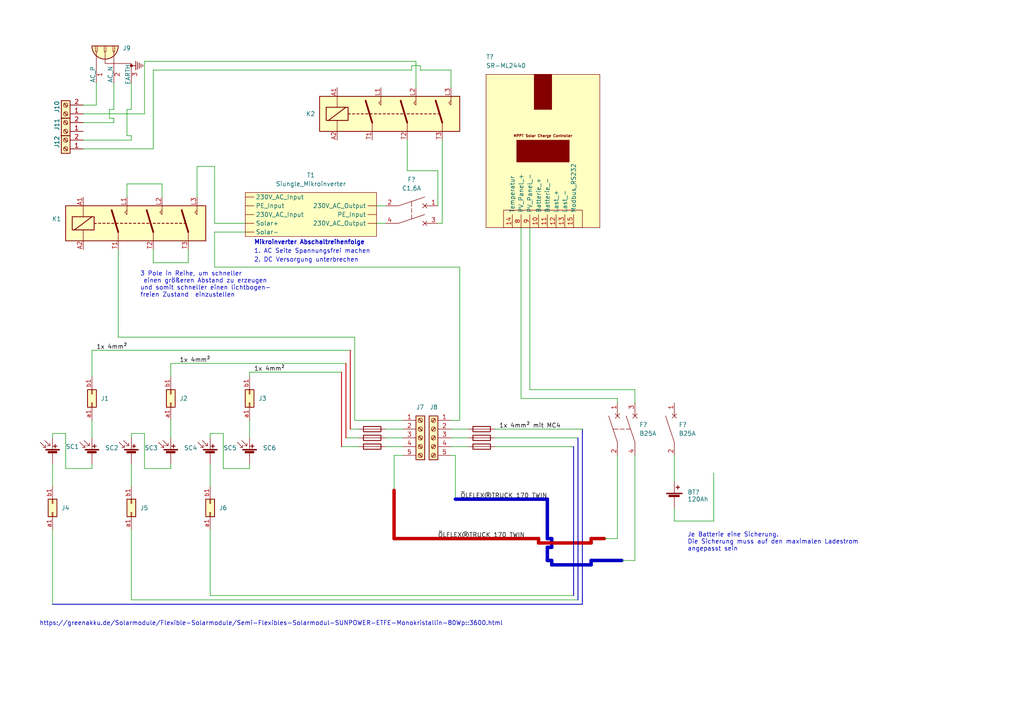
<source format=kicad_sch>
(kicad_sch (version 20211123) (generator eeschema)

  (uuid 0d2e287a-036a-49a0-9c96-04cef7ae54c3)

  (paper "A4")

  (lib_symbols
    (symbol "AlexanderTonnLib:Power_contactor" (in_bom yes) (on_board yes)
      (property "Reference" "K1" (id 0) (at -8.89 -6.3499 0)
        (effects (font (size 1.27 1.27)) (justify right))
      )
      (property "Value" "Power_contactor" (id 1) (at -8.89 -8.8899 0)
        (effects (font (size 1.27 1.27)) (justify right) hide)
      )
      (property "Footprint" "" (id 2) (at 0 0 0)
        (effects (font (size 1.27 1.27)) hide)
      )
      (property "Datasheet" "" (id 3) (at 0 0 0)
        (effects (font (size 1.27 1.27)) hide)
      )
      (symbol "Power_contactor_0_1"
        (rectangle (start -7.62 -2.54) (end 33.02 -12.7)
          (stroke (width 0.254) (type default) (color 0 0 0 0))
          (fill (type background))
        )
        (rectangle (start -5.715 -5.715) (end 0.635 -9.525)
          (stroke (width 0.254) (type default) (color 0 0 0 0))
          (fill (type none))
        )
        (polyline
          (pts
            (xy -5.08 -9.525)
            (xy 0 -5.715)
          )
          (stroke (width 0.254) (type default) (color 0 0 0 0))
          (fill (type none))
        )
        (polyline
          (pts
            (xy -2.54 -12.7)
            (xy -2.54 -9.525)
          )
          (stroke (width 0) (type default) (color 0 0 0 0))
          (fill (type none))
        )
        (polyline
          (pts
            (xy -2.54 -2.54)
            (xy -2.54 -5.715)
          )
          (stroke (width 0) (type default) (color 0 0 0 0))
          (fill (type none))
        )
        (polyline
          (pts
            (xy 0.635 -7.62)
            (xy 1.27 -7.62)
          )
          (stroke (width 0.254) (type default) (color 0 0 0 0))
          (fill (type none))
        )
        (polyline
          (pts
            (xy 1.905 -7.62)
            (xy 2.54 -7.62)
          )
          (stroke (width 0.254) (type default) (color 0 0 0 0))
          (fill (type none))
        )
        (polyline
          (pts
            (xy 3.175 -7.62)
            (xy 3.81 -7.62)
          )
          (stroke (width 0.254) (type default) (color 0 0 0 0))
          (fill (type none))
        )
        (polyline
          (pts
            (xy 4.445 -7.62)
            (xy 5.08 -7.62)
          )
          (stroke (width 0.254) (type default) (color 0 0 0 0))
          (fill (type none))
        )
        (polyline
          (pts
            (xy 5.715 -7.62)
            (xy 6.35 -7.62)
          )
          (stroke (width 0.254) (type default) (color 0 0 0 0))
          (fill (type none))
        )
        (polyline
          (pts
            (xy 6.985 -7.62)
            (xy 7.62 -7.62)
          )
          (stroke (width 0.254) (type default) (color 0 0 0 0))
          (fill (type none))
        )
        (polyline
          (pts
            (xy 7.62 -10.16)
            (xy 5.715 -3.81)
          )
          (stroke (width 0.508) (type default) (color 0 0 0 0))
          (fill (type none))
        )
        (polyline
          (pts
            (xy 7.62 -10.16)
            (xy 7.62 -12.7)
          )
          (stroke (width 0) (type default) (color 0 0 0 0))
          (fill (type none))
        )
        (polyline
          (pts
            (xy 8.255 -7.62)
            (xy 8.89 -7.62)
          )
          (stroke (width 0.254) (type default) (color 0 0 0 0))
          (fill (type none))
        )
        (polyline
          (pts
            (xy 9.525 -7.62)
            (xy 10.16 -7.62)
          )
          (stroke (width 0.254) (type default) (color 0 0 0 0))
          (fill (type none))
        )
        (polyline
          (pts
            (xy 10.795 -7.62)
            (xy 11.43 -7.62)
          )
          (stroke (width 0.254) (type default) (color 0 0 0 0))
          (fill (type none))
        )
        (polyline
          (pts
            (xy 12.065 -7.62)
            (xy 12.7 -7.62)
          )
          (stroke (width 0.254) (type default) (color 0 0 0 0))
          (fill (type none))
        )
        (polyline
          (pts
            (xy 13.335 -7.62)
            (xy 13.97 -7.62)
          )
          (stroke (width 0.254) (type default) (color 0 0 0 0))
          (fill (type none))
        )
        (polyline
          (pts
            (xy 14.605 -7.62)
            (xy 15.24 -7.62)
          )
          (stroke (width 0.254) (type default) (color 0 0 0 0))
          (fill (type none))
        )
        (polyline
          (pts
            (xy 15.875 -7.62)
            (xy 16.51 -7.62)
          )
          (stroke (width 0.254) (type default) (color 0 0 0 0))
          (fill (type none))
        )
        (polyline
          (pts
            (xy 17.78 -10.16)
            (xy 15.875 -3.81)
          )
          (stroke (width 0.508) (type default) (color 0 0 0 0))
          (fill (type none))
        )
        (polyline
          (pts
            (xy 17.78 -10.16)
            (xy 17.78 -12.7)
          )
          (stroke (width 0) (type default) (color 0 0 0 0))
          (fill (type none))
        )
        (polyline
          (pts
            (xy 17.78 -7.62)
            (xy 18.415 -7.62)
          )
          (stroke (width 0.254) (type default) (color 0 0 0 0))
          (fill (type none))
        )
        (polyline
          (pts
            (xy 19.05 -7.62)
            (xy 19.685 -7.62)
          )
          (stroke (width 0.254) (type default) (color 0 0 0 0))
          (fill (type none))
        )
        (polyline
          (pts
            (xy 20.32 -7.62)
            (xy 20.955 -7.62)
          )
          (stroke (width 0.254) (type default) (color 0 0 0 0))
          (fill (type none))
        )
        (polyline
          (pts
            (xy 21.59 -7.62)
            (xy 22.225 -7.62)
          )
          (stroke (width 0.254) (type default) (color 0 0 0 0))
          (fill (type none))
        )
        (polyline
          (pts
            (xy 22.86 -7.62)
            (xy 23.495 -7.62)
          )
          (stroke (width 0.254) (type default) (color 0 0 0 0))
          (fill (type none))
        )
        (polyline
          (pts
            (xy 24.13 -7.62)
            (xy 24.765 -7.62)
          )
          (stroke (width 0.254) (type default) (color 0 0 0 0))
          (fill (type none))
        )
        (polyline
          (pts
            (xy 25.4 -7.62)
            (xy 26.035 -7.62)
          )
          (stroke (width 0.254) (type default) (color 0 0 0 0))
          (fill (type none))
        )
        (polyline
          (pts
            (xy 26.67 -7.62)
            (xy 27.305 -7.62)
          )
          (stroke (width 0.254) (type default) (color 0 0 0 0))
          (fill (type none))
        )
        (polyline
          (pts
            (xy 27.94 -10.16)
            (xy 26.035 -3.81)
          )
          (stroke (width 0.508) (type default) (color 0 0 0 0))
          (fill (type none))
        )
        (polyline
          (pts
            (xy 27.94 -10.16)
            (xy 27.94 -12.7)
          )
          (stroke (width 0) (type default) (color 0 0 0 0))
          (fill (type none))
        )
        (polyline
          (pts
            (xy 10.16 -2.54)
            (xy 10.16 -5.08)
            (xy 9.525 -4.445)
            (xy 10.16 -3.81)
          )
          (stroke (width 0) (type default) (color 0 0 0 0))
          (fill (type none))
        )
        (polyline
          (pts
            (xy 20.32 -2.54)
            (xy 20.32 -5.08)
            (xy 19.685 -4.445)
            (xy 20.32 -3.81)
          )
          (stroke (width 0) (type default) (color 0 0 0 0))
          (fill (type none))
        )
        (polyline
          (pts
            (xy 30.48 -2.54)
            (xy 30.48 -5.08)
            (xy 29.845 -4.445)
            (xy 30.48 -3.81)
          )
          (stroke (width 0) (type default) (color 0 0 0 0))
          (fill (type none))
        )
      )
      (symbol "Power_contactor_1_1"
        (pin passive line (at -2.54 0 270) (length 2.54)
          (name "~" (effects (font (size 1.27 1.27))))
          (number "A1" (effects (font (size 1.27 1.27))))
        )
        (pin passive line (at -2.54 -15.24 90) (length 2.54)
          (name "~" (effects (font (size 1.27 1.27))))
          (number "A2" (effects (font (size 1.27 1.27))))
        )
        (pin passive line (at 10.16 0 270) (length 2.54)
          (name "~" (effects (font (size 1.27 1.27))))
          (number "L1" (effects (font (size 1.27 1.27))))
        )
        (pin passive line (at 20.32 0 270) (length 2.54)
          (name "~" (effects (font (size 1.27 1.27))))
          (number "L2" (effects (font (size 1.27 1.27))))
        )
        (pin passive line (at 30.48 0 270) (length 2.54)
          (name "~" (effects (font (size 1.27 1.27))))
          (number "L3" (effects (font (size 1.27 1.27))))
        )
        (pin passive line (at 7.62 -15.24 90) (length 2.54)
          (name "~" (effects (font (size 1.27 1.27))))
          (number "T1" (effects (font (size 1.27 1.27))))
        )
        (pin passive line (at 17.78 -15.24 90) (length 2.54)
          (name "~" (effects (font (size 1.27 1.27))))
          (number "T2" (effects (font (size 1.27 1.27))))
        )
        (pin passive line (at 27.94 -15.24 90) (length 2.54)
          (name "~" (effects (font (size 1.27 1.27))))
          (number "T3" (effects (font (size 1.27 1.27))))
        )
      )
    )
    (symbol "AlexanderTonnLib:SR-ML2440" (in_bom yes) (on_board yes)
      (property "Reference" "T" (id 0) (at 0 0 0)
        (effects (font (size 1.27 1.27)))
      )
      (property "Value" "SR-ML2440" (id 1) (at 5.08 2.54 0)
        (effects (font (size 1.27 1.27)))
      )
      (property "Footprint" "" (id 2) (at 0 0 0)
        (effects (font (size 1.27 1.27)) hide)
      )
      (property "Datasheet" "" (id 3) (at 0 0 0)
        (effects (font (size 1.27 1.27)) hide)
      )
      (symbol "SR-ML2440_0_0"
        (rectangle (start 0 -2.54) (end 33.02 -46.99)
          (stroke (width 0) (type default) (color 0 0 0 0))
          (fill (type background))
        )
        (rectangle (start 5.08 -46.99) (end 27.94 -41.91)
          (stroke (width 0) (type default) (color 0 0 0 0))
          (fill (type none))
        )
        (rectangle (start 8.89 -21.59) (end 24.13 -27.94)
          (stroke (width 0) (type default) (color 0 0 0 0))
          (fill (type outline))
        )
        (rectangle (start 13.97 -2.54) (end 19.05 -12.7)
          (stroke (width 0) (type default) (color 0 0 0 0))
          (fill (type outline))
        )
        (text "MPPT Solar Charge Controller" (at 16.51 -20.32 0)
          (effects (font (size 0.75 0.75)))
        )
      )
      (symbol "SR-ML2440_1_1"
        (pin power_out line (at 15.24 -46.99 90) (length 3.81)
          (name "Batterie_+" (effects (font (size 1.27 1.27))))
          (number "10" (effects (font (size 1.27 1.27))))
        )
        (pin power_out line (at 17.78 -46.99 90) (length 3.81)
          (name "Batterie_-" (effects (font (size 1.27 1.27))))
          (number "11" (effects (font (size 1.27 1.27))))
        )
        (pin power_out line (at 20.32 -46.99 90) (length 3.81)
          (name "Last_+" (effects (font (size 1.27 1.27))))
          (number "12" (effects (font (size 1.27 1.27))))
        )
        (pin power_out line (at 22.86 -46.99 90) (length 3.81)
          (name "Last_-" (effects (font (size 1.27 1.27))))
          (number "13" (effects (font (size 1.27 1.27))))
        )
        (pin input line (at 7.62 -46.99 90) (length 3.81)
          (name "Temperatur" (effects (font (size 1.27 1.27))))
          (number "14" (effects (font (size 1.27 1.27))))
        )
        (pin bidirectional line (at 25.4 -46.99 90) (length 3.81)
          (name "Modbus_RS232" (effects (font (size 1.27 1.27))))
          (number "15" (effects (font (size 1.27 1.27))))
        )
        (pin power_in line (at 10.16 -46.99 90) (length 3.81)
          (name "PV_Panel_+" (effects (font (size 1.27 1.27))))
          (number "8" (effects (font (size 1.27 1.27))))
        )
        (pin power_in line (at 12.7 -46.99 90) (length 3.81)
          (name "PV_Panel_-" (effects (font (size 1.27 1.27))))
          (number "9" (effects (font (size 1.27 1.27))))
        )
      )
    )
    (symbol "AlexanderTonnLib:Siungle_Mikroinverter" (in_bom yes) (on_board yes)
      (property "Reference" "T1" (id 0) (at 8.89 3.81 0)
        (effects (font (size 1.27 1.27)))
      )
      (property "Value" "Siungle_Mikroinverter" (id 1) (at 8.89 1.27 0)
        (effects (font (size 1.27 1.27)))
      )
      (property "Footprint" "" (id 2) (at 0 0 0)
        (effects (font (size 1.27 1.27)) hide)
      )
      (property "Datasheet" "" (id 3) (at 0 0 0)
        (effects (font (size 1.27 1.27)) hide)
      )
      (symbol "Siungle_Mikroinverter_0_1"
        (rectangle (start -10.16 -1.27) (end 27.94 -13.97)
          (stroke (width 0) (type default) (color 0 0 0 0))
          (fill (type background))
        )
      )
      (symbol "Siungle_Mikroinverter_1_1"
        (pin input line (at -10.16 -7.62 0) (length 2.54)
          (name "230V_AC_Input" (effects (font (size 1.27 1.27))))
          (number "" (effects (font (size 1.27 1.27))))
        )
        (pin input line (at -10.16 -2.54 0) (length 2.54)
          (name "230V_AC_Input" (effects (font (size 1.27 1.27))))
          (number "" (effects (font (size 1.27 1.27))))
        )
        (pin output line (at 27.94 -10.16 180) (length 2.54)
          (name "230V_AC_Output" (effects (font (size 1.27 1.27))))
          (number "" (effects (font (size 1.27 1.27))))
        )
        (pin output line (at 27.94 -5.08 180) (length 2.54)
          (name "230V_AC_Output" (effects (font (size 1.27 1.27))))
          (number "" (effects (font (size 1.27 1.27))))
        )
        (pin input line (at -10.16 -5.08 0) (length 2.54)
          (name "PE_Input" (effects (font (size 1.27 1.27))))
          (number "" (effects (font (size 1.27 1.27))))
        )
        (pin input line (at 27.94 -7.62 180) (length 2.54)
          (name "PE_Input" (effects (font (size 1.27 1.27))))
          (number "" (effects (font (size 1.27 1.27))))
        )
        (pin input line (at -10.16 -10.16 0) (length 2.54)
          (name "Solar+" (effects (font (size 1.27 1.27))))
          (number "" (effects (font (size 1.27 1.27))))
        )
        (pin input line (at -10.16 -12.7 0) (length 2.54)
          (name "Solar-" (effects (font (size 1.27 1.27))))
          (number "" (effects (font (size 1.27 1.27))))
        )
      )
    )
    (symbol "Connector:Conn_WallSocket_Earth" (pin_names (offset 0)) (in_bom yes) (on_board yes)
      (property "Reference" "J" (id 0) (at 3.81 6.985 0)
        (effects (font (size 1.27 1.27)) (justify bottom))
      )
      (property "Value" "Conn_WallSocket_Earth" (id 1) (at 7.62 2.54 90)
        (effects (font (size 1.27 1.27)) (justify bottom))
      )
      (property "Footprint" "" (id 2) (at -7.62 2.54 0)
        (effects (font (size 1.27 1.27)) hide)
      )
      (property "Datasheet" "~" (id 3) (at -7.62 2.54 0)
        (effects (font (size 1.27 1.27)) hide)
      )
      (property "ki_keywords" "wall socket 110VAC 220VAC" (id 4) (at 0 0 0)
        (effects (font (size 1.27 1.27)) hide)
      )
      (property "ki_description" "3-pin german wall socket, with Earth wire (110VAC, 220VAC)" (id 5) (at 0 0 0)
        (effects (font (size 1.27 1.27)) hide)
      )
      (symbol "Conn_WallSocket_Earth_0_1"
        (circle (center 0 -5.08) (radius 0.3556)
          (stroke (width 0) (type default) (color 0 0 0 0))
          (fill (type outline))
        )
        (polyline
          (pts
            (xy -1.27 -6.35)
            (xy 1.27 -6.35)
          )
          (stroke (width 0.2032) (type default) (color 0 0 0 0))
          (fill (type none))
        )
        (polyline
          (pts
            (xy 0 -5.08)
            (xy 0 -6.35)
          )
          (stroke (width 0.2032) (type default) (color 0 0 0 0))
          (fill (type none))
        )
        (polyline
          (pts
            (xy 0.254 -8.382)
            (xy -0.254 -8.382)
          )
          (stroke (width 0.2032) (type default) (color 0 0 0 0))
          (fill (type none))
        )
        (polyline
          (pts
            (xy 0.508 -7.874)
            (xy -0.508 -7.874)
          )
          (stroke (width 0.2032) (type default) (color 0 0 0 0))
          (fill (type none))
        )
        (polyline
          (pts
            (xy 0.762 -7.366)
            (xy -0.762 -7.366)
          )
          (stroke (width 0.2032) (type default) (color 0 0 0 0))
          (fill (type none))
        )
        (polyline
          (pts
            (xy 1.016 -6.858)
            (xy -1.016 -6.858)
          )
          (stroke (width 0.2032) (type default) (color 0 0 0 0))
          (fill (type none))
        )
        (polyline
          (pts
            (xy 4.064 0)
            (xy 0 0)
          )
          (stroke (width 0) (type default) (color 0 0 0 0))
          (fill (type none))
        )
        (polyline
          (pts
            (xy 4.064 5.08)
            (xy 0 5.08)
          )
          (stroke (width 0) (type default) (color 0 0 0 0))
          (fill (type none))
        )
        (polyline
          (pts
            (xy 5.715 -1.27)
            (xy 5.715 6.35)
          )
          (stroke (width 0.254) (type default) (color 0 0 0 0))
          (fill (type none))
        )
        (polyline
          (pts
            (xy 0 -5.08)
            (xy 0.635 -5.08)
            (xy 0.635 2.54)
            (xy 4.064 2.54)
          )
          (stroke (width 0) (type default) (color 0 0 0 0))
          (fill (type none))
        )
        (rectangle (start 5.715 -0.254) (end 4.064 0.254)
          (stroke (width 0) (type default) (color 0 0 0 0))
          (fill (type none))
        )
        (rectangle (start 5.715 2.286) (end 4.064 2.794)
          (stroke (width 0) (type default) (color 0 0 0 0))
          (fill (type none))
        )
        (rectangle (start 5.715 4.826) (end 4.064 5.334)
          (stroke (width 0) (type default) (color 0 0 0 0))
          (fill (type none))
        )
        (arc (start 5.715 6.35) (mid 1.905 2.54) (end 5.715 -1.27)
          (stroke (width 0.254) (type default) (color 0 0 0 0))
          (fill (type background))
        )
      )
      (symbol "Conn_WallSocket_Earth_1_1"
        (pin power_in line (at -5.08 5.08 0) (length 5.08)
          (name "AC_P" (effects (font (size 1.27 1.27))))
          (number "1" (effects (font (size 1.27 1.27))))
        )
        (pin power_in line (at -5.08 0 0) (length 5.08)
          (name "AC_N" (effects (font (size 1.27 1.27))))
          (number "2" (effects (font (size 1.27 1.27))))
        )
        (pin passive line (at -5.08 -5.08 0) (length 5.08)
          (name "EARTH" (effects (font (size 1.27 1.27))))
          (number "3" (effects (font (size 1.27 1.27))))
        )
      )
    )
    (symbol "Connector:Screw_Terminal_01x02" (pin_names (offset 1.016) hide) (in_bom yes) (on_board yes)
      (property "Reference" "J" (id 0) (at 0 2.54 0)
        (effects (font (size 1.27 1.27)))
      )
      (property "Value" "Screw_Terminal_01x02" (id 1) (at 0 -5.08 0)
        (effects (font (size 1.27 1.27)))
      )
      (property "Footprint" "" (id 2) (at 0 0 0)
        (effects (font (size 1.27 1.27)) hide)
      )
      (property "Datasheet" "~" (id 3) (at 0 0 0)
        (effects (font (size 1.27 1.27)) hide)
      )
      (property "ki_keywords" "screw terminal" (id 4) (at 0 0 0)
        (effects (font (size 1.27 1.27)) hide)
      )
      (property "ki_description" "Generic screw terminal, single row, 01x02, script generated (kicad-library-utils/schlib/autogen/connector/)" (id 5) (at 0 0 0)
        (effects (font (size 1.27 1.27)) hide)
      )
      (property "ki_fp_filters" "TerminalBlock*:*" (id 6) (at 0 0 0)
        (effects (font (size 1.27 1.27)) hide)
      )
      (symbol "Screw_Terminal_01x02_1_1"
        (rectangle (start -1.27 1.27) (end 1.27 -3.81)
          (stroke (width 0.254) (type default) (color 0 0 0 0))
          (fill (type background))
        )
        (circle (center 0 -2.54) (radius 0.635)
          (stroke (width 0.1524) (type default) (color 0 0 0 0))
          (fill (type none))
        )
        (polyline
          (pts
            (xy -0.5334 -2.2098)
            (xy 0.3302 -3.048)
          )
          (stroke (width 0.1524) (type default) (color 0 0 0 0))
          (fill (type none))
        )
        (polyline
          (pts
            (xy -0.5334 0.3302)
            (xy 0.3302 -0.508)
          )
          (stroke (width 0.1524) (type default) (color 0 0 0 0))
          (fill (type none))
        )
        (polyline
          (pts
            (xy -0.3556 -2.032)
            (xy 0.508 -2.8702)
          )
          (stroke (width 0.1524) (type default) (color 0 0 0 0))
          (fill (type none))
        )
        (polyline
          (pts
            (xy -0.3556 0.508)
            (xy 0.508 -0.3302)
          )
          (stroke (width 0.1524) (type default) (color 0 0 0 0))
          (fill (type none))
        )
        (circle (center 0 0) (radius 0.635)
          (stroke (width 0.1524) (type default) (color 0 0 0 0))
          (fill (type none))
        )
        (pin passive line (at -5.08 0 0) (length 3.81)
          (name "Pin_1" (effects (font (size 1.27 1.27))))
          (number "1" (effects (font (size 1.27 1.27))))
        )
        (pin passive line (at -5.08 -2.54 0) (length 3.81)
          (name "Pin_2" (effects (font (size 1.27 1.27))))
          (number "2" (effects (font (size 1.27 1.27))))
        )
      )
    )
    (symbol "Connector:Screw_Terminal_01x05" (pin_names (offset 1.016) hide) (in_bom yes) (on_board yes)
      (property "Reference" "J" (id 0) (at 0 7.62 0)
        (effects (font (size 1.27 1.27)))
      )
      (property "Value" "Screw_Terminal_01x05" (id 1) (at 0 -7.62 0)
        (effects (font (size 1.27 1.27)))
      )
      (property "Footprint" "" (id 2) (at 0 0 0)
        (effects (font (size 1.27 1.27)) hide)
      )
      (property "Datasheet" "~" (id 3) (at 0 0 0)
        (effects (font (size 1.27 1.27)) hide)
      )
      (property "ki_keywords" "screw terminal" (id 4) (at 0 0 0)
        (effects (font (size 1.27 1.27)) hide)
      )
      (property "ki_description" "Generic screw terminal, single row, 01x05, script generated (kicad-library-utils/schlib/autogen/connector/)" (id 5) (at 0 0 0)
        (effects (font (size 1.27 1.27)) hide)
      )
      (property "ki_fp_filters" "TerminalBlock*:*" (id 6) (at 0 0 0)
        (effects (font (size 1.27 1.27)) hide)
      )
      (symbol "Screw_Terminal_01x05_1_1"
        (rectangle (start -1.27 6.35) (end 1.27 -6.35)
          (stroke (width 0.254) (type default) (color 0 0 0 0))
          (fill (type background))
        )
        (circle (center 0 -5.08) (radius 0.635)
          (stroke (width 0.1524) (type default) (color 0 0 0 0))
          (fill (type none))
        )
        (circle (center 0 -2.54) (radius 0.635)
          (stroke (width 0.1524) (type default) (color 0 0 0 0))
          (fill (type none))
        )
        (polyline
          (pts
            (xy -0.5334 -4.7498)
            (xy 0.3302 -5.588)
          )
          (stroke (width 0.1524) (type default) (color 0 0 0 0))
          (fill (type none))
        )
        (polyline
          (pts
            (xy -0.5334 -2.2098)
            (xy 0.3302 -3.048)
          )
          (stroke (width 0.1524) (type default) (color 0 0 0 0))
          (fill (type none))
        )
        (polyline
          (pts
            (xy -0.5334 0.3302)
            (xy 0.3302 -0.508)
          )
          (stroke (width 0.1524) (type default) (color 0 0 0 0))
          (fill (type none))
        )
        (polyline
          (pts
            (xy -0.5334 2.8702)
            (xy 0.3302 2.032)
          )
          (stroke (width 0.1524) (type default) (color 0 0 0 0))
          (fill (type none))
        )
        (polyline
          (pts
            (xy -0.5334 5.4102)
            (xy 0.3302 4.572)
          )
          (stroke (width 0.1524) (type default) (color 0 0 0 0))
          (fill (type none))
        )
        (polyline
          (pts
            (xy -0.3556 -4.572)
            (xy 0.508 -5.4102)
          )
          (stroke (width 0.1524) (type default) (color 0 0 0 0))
          (fill (type none))
        )
        (polyline
          (pts
            (xy -0.3556 -2.032)
            (xy 0.508 -2.8702)
          )
          (stroke (width 0.1524) (type default) (color 0 0 0 0))
          (fill (type none))
        )
        (polyline
          (pts
            (xy -0.3556 0.508)
            (xy 0.508 -0.3302)
          )
          (stroke (width 0.1524) (type default) (color 0 0 0 0))
          (fill (type none))
        )
        (polyline
          (pts
            (xy -0.3556 3.048)
            (xy 0.508 2.2098)
          )
          (stroke (width 0.1524) (type default) (color 0 0 0 0))
          (fill (type none))
        )
        (polyline
          (pts
            (xy -0.3556 5.588)
            (xy 0.508 4.7498)
          )
          (stroke (width 0.1524) (type default) (color 0 0 0 0))
          (fill (type none))
        )
        (circle (center 0 0) (radius 0.635)
          (stroke (width 0.1524) (type default) (color 0 0 0 0))
          (fill (type none))
        )
        (circle (center 0 2.54) (radius 0.635)
          (stroke (width 0.1524) (type default) (color 0 0 0 0))
          (fill (type none))
        )
        (circle (center 0 5.08) (radius 0.635)
          (stroke (width 0.1524) (type default) (color 0 0 0 0))
          (fill (type none))
        )
        (pin passive line (at -5.08 5.08 0) (length 3.81)
          (name "Pin_1" (effects (font (size 1.27 1.27))))
          (number "1" (effects (font (size 1.27 1.27))))
        )
        (pin passive line (at -5.08 2.54 0) (length 3.81)
          (name "Pin_2" (effects (font (size 1.27 1.27))))
          (number "2" (effects (font (size 1.27 1.27))))
        )
        (pin passive line (at -5.08 0 0) (length 3.81)
          (name "Pin_3" (effects (font (size 1.27 1.27))))
          (number "3" (effects (font (size 1.27 1.27))))
        )
        (pin passive line (at -5.08 -2.54 0) (length 3.81)
          (name "Pin_4" (effects (font (size 1.27 1.27))))
          (number "4" (effects (font (size 1.27 1.27))))
        )
        (pin passive line (at -5.08 -5.08 0) (length 3.81)
          (name "Pin_5" (effects (font (size 1.27 1.27))))
          (number "5" (effects (font (size 1.27 1.27))))
        )
      )
    )
    (symbol "Connector_Generic:Conn_02x01_Row_Letter_First" (pin_names (offset 1.016) hide) (in_bom yes) (on_board yes)
      (property "Reference" "J" (id 0) (at 1.27 2.54 0)
        (effects (font (size 1.27 1.27)))
      )
      (property "Value" "Conn_02x01_Row_Letter_First" (id 1) (at 1.27 -2.54 0)
        (effects (font (size 1.27 1.27)))
      )
      (property "Footprint" "" (id 2) (at 0 0 0)
        (effects (font (size 1.27 1.27)) hide)
      )
      (property "Datasheet" "~" (id 3) (at 0 0 0)
        (effects (font (size 1.27 1.27)) hide)
      )
      (property "ki_keywords" "connector" (id 4) (at 0 0 0)
        (effects (font (size 1.27 1.27)) hide)
      )
      (property "ki_description" "Generic connector, double row, 02x01, row letter first pin numbering scheme (pin number consists of a letter for the row and a number for the pin index in this row. a1, ..., aN; b1, ..., bN), script generated (kicad-library-utils/schlib/autogen/connector/)" (id 5) (at 0 0 0)
        (effects (font (size 1.27 1.27)) hide)
      )
      (property "ki_fp_filters" "Connector*:*_2x??_*" (id 6) (at 0 0 0)
        (effects (font (size 1.27 1.27)) hide)
      )
      (symbol "Conn_02x01_Row_Letter_First_1_1"
        (rectangle (start -1.27 0.127) (end 0 -0.127)
          (stroke (width 0.1524) (type default) (color 0 0 0 0))
          (fill (type none))
        )
        (rectangle (start -1.27 1.27) (end 3.81 -1.27)
          (stroke (width 0.254) (type default) (color 0 0 0 0))
          (fill (type background))
        )
        (rectangle (start 3.81 0.127) (end 2.54 -0.127)
          (stroke (width 0.1524) (type default) (color 0 0 0 0))
          (fill (type none))
        )
        (pin passive line (at -5.08 0 0) (length 3.81)
          (name "Pin_a1" (effects (font (size 1.27 1.27))))
          (number "a1" (effects (font (size 1.27 1.27))))
        )
        (pin passive line (at 7.62 0 180) (length 3.81)
          (name "Pin_b1" (effects (font (size 1.27 1.27))))
          (number "b1" (effects (font (size 1.27 1.27))))
        )
      )
    )
    (symbol "Device:Battery_Cell" (pin_numbers hide) (pin_names (offset 0) hide) (in_bom yes) (on_board yes)
      (property "Reference" "BT" (id 0) (at 2.54 2.54 0)
        (effects (font (size 1.27 1.27)) (justify left))
      )
      (property "Value" "Battery_Cell" (id 1) (at 2.54 0 0)
        (effects (font (size 1.27 1.27)) (justify left))
      )
      (property "Footprint" "" (id 2) (at 0 1.524 90)
        (effects (font (size 1.27 1.27)) hide)
      )
      (property "Datasheet" "~" (id 3) (at 0 1.524 90)
        (effects (font (size 1.27 1.27)) hide)
      )
      (property "ki_keywords" "battery cell" (id 4) (at 0 0 0)
        (effects (font (size 1.27 1.27)) hide)
      )
      (property "ki_description" "Single-cell battery" (id 5) (at 0 0 0)
        (effects (font (size 1.27 1.27)) hide)
      )
      (symbol "Battery_Cell_0_1"
        (rectangle (start -2.286 1.778) (end 2.286 1.524)
          (stroke (width 0) (type default) (color 0 0 0 0))
          (fill (type outline))
        )
        (rectangle (start -1.5748 1.1938) (end 1.4732 0.6858)
          (stroke (width 0) (type default) (color 0 0 0 0))
          (fill (type outline))
        )
        (polyline
          (pts
            (xy 0 0.762)
            (xy 0 0)
          )
          (stroke (width 0) (type default) (color 0 0 0 0))
          (fill (type none))
        )
        (polyline
          (pts
            (xy 0 1.778)
            (xy 0 2.54)
          )
          (stroke (width 0) (type default) (color 0 0 0 0))
          (fill (type none))
        )
        (polyline
          (pts
            (xy 0.508 3.429)
            (xy 1.524 3.429)
          )
          (stroke (width 0.254) (type default) (color 0 0 0 0))
          (fill (type none))
        )
        (polyline
          (pts
            (xy 1.016 3.937)
            (xy 1.016 2.921)
          )
          (stroke (width 0.254) (type default) (color 0 0 0 0))
          (fill (type none))
        )
      )
      (symbol "Battery_Cell_1_1"
        (pin passive line (at 0 5.08 270) (length 2.54)
          (name "+" (effects (font (size 1.27 1.27))))
          (number "1" (effects (font (size 1.27 1.27))))
        )
        (pin passive line (at 0 -2.54 90) (length 2.54)
          (name "-" (effects (font (size 1.27 1.27))))
          (number "2" (effects (font (size 1.27 1.27))))
        )
      )
    )
    (symbol "Device:CircuitBreaker_1P" (in_bom yes) (on_board yes)
      (property "Reference" "CB" (id 0) (at 1.905 0 0)
        (effects (font (size 1.27 1.27)) (justify left))
      )
      (property "Value" "CircuitBreaker_1P" (id 1) (at 1.905 1.905 0)
        (effects (font (size 1.27 1.27)) (justify left))
      )
      (property "Footprint" "" (id 2) (at 0 0 0)
        (effects (font (size 1.27 1.27)) hide)
      )
      (property "Datasheet" "~" (id 3) (at 0 0 0)
        (effects (font (size 1.27 1.27)) hide)
      )
      (property "ki_keywords" "CB" (id 4) (at 0 0 0)
        (effects (font (size 1.27 1.27)) hide)
      )
      (property "ki_description" "Single pole circuit breaker" (id 5) (at 0 0 0)
        (effects (font (size 1.27 1.27)) hide)
      )
      (symbol "CircuitBreaker_1P_0_1"
        (polyline
          (pts
            (xy 0 -5.08)
            (xy 0 -3.81)
          )
          (stroke (width 0) (type default) (color 0 0 0 0))
          (fill (type none))
        )
        (polyline
          (pts
            (xy 0 -3.81)
            (xy -2.54 3.81)
          )
          (stroke (width 0) (type default) (color 0 0 0 0))
          (fill (type none))
        )
      )
      (symbol "CircuitBreaker_1P_1_1"
        (polyline
          (pts
            (xy -0.635 4.445)
            (xy 0.635 3.175)
          )
          (stroke (width 0) (type default) (color 0 0 0 0))
          (fill (type none))
        )
        (polyline
          (pts
            (xy 0 5.08)
            (xy 0 3.81)
          )
          (stroke (width 0) (type default) (color 0 0 0 0))
          (fill (type none))
        )
        (polyline
          (pts
            (xy 0.635 4.445)
            (xy -0.635 3.175)
          )
          (stroke (width 0) (type default) (color 0 0 0 0))
          (fill (type none))
        )
        (pin passive line (at 0 7.62 270) (length 2.54)
          (name "~" (effects (font (size 1.27 1.27))))
          (number "1" (effects (font (size 1.27 1.27))))
        )
        (pin passive line (at 0 -7.62 90) (length 2.54)
          (name "~" (effects (font (size 1.27 1.27))))
          (number "2" (effects (font (size 1.27 1.27))))
        )
      )
    )
    (symbol "Device:CircuitBreaker_2P" (in_bom yes) (on_board yes)
      (property "Reference" "CB" (id 0) (at 3.81 0 0)
        (effects (font (size 1.27 1.27)) (justify left))
      )
      (property "Value" "CircuitBreaker_2P" (id 1) (at 3.81 2.54 0)
        (effects (font (size 1.27 1.27)) (justify left))
      )
      (property "Footprint" "" (id 2) (at -2.54 0 0)
        (effects (font (size 1.27 1.27)) hide)
      )
      (property "Datasheet" "~" (id 3) (at -2.54 0 0)
        (effects (font (size 1.27 1.27)) hide)
      )
      (property "ki_keywords" "CB 2P" (id 4) (at 0 0 0)
        (effects (font (size 1.27 1.27)) hide)
      )
      (property "ki_description" "Double pole circuit breaker" (id 5) (at 0 0 0)
        (effects (font (size 1.27 1.27)) hide)
      )
      (symbol "CircuitBreaker_2P_0_1"
        (polyline
          (pts
            (xy -3.81 0)
            (xy -2.286 0)
          )
          (stroke (width 0) (type default) (color 0 0 0 0))
          (fill (type none))
        )
        (polyline
          (pts
            (xy -2.54 -3.81)
            (xy -5.08 3.81)
          )
          (stroke (width 0) (type default) (color 0 0 0 0))
          (fill (type none))
        )
        (polyline
          (pts
            (xy -1.778 0)
            (xy -0.508 0)
          )
          (stroke (width 0) (type default) (color 0 0 0 0))
          (fill (type none))
        )
        (polyline
          (pts
            (xy 0 0)
            (xy 1.27 0)
          )
          (stroke (width 0) (type default) (color 0 0 0 0))
          (fill (type none))
        )
        (polyline
          (pts
            (xy 2.54 -5.08)
            (xy 2.54 -3.81)
          )
          (stroke (width 0) (type default) (color 0 0 0 0))
          (fill (type none))
        )
        (polyline
          (pts
            (xy 2.54 -3.81)
            (xy 0 3.81)
          )
          (stroke (width 0) (type default) (color 0 0 0 0))
          (fill (type none))
        )
      )
      (symbol "CircuitBreaker_2P_1_1"
        (polyline
          (pts
            (xy -3.175 4.445)
            (xy -1.905 3.175)
          )
          (stroke (width 0) (type default) (color 0 0 0 0))
          (fill (type none))
        )
        (polyline
          (pts
            (xy -2.54 -3.81)
            (xy -2.54 -5.08)
          )
          (stroke (width 0) (type default) (color 0 0 0 0))
          (fill (type none))
        )
        (polyline
          (pts
            (xy -2.54 5.08)
            (xy -2.54 3.81)
          )
          (stroke (width 0) (type default) (color 0 0 0 0))
          (fill (type none))
        )
        (polyline
          (pts
            (xy -1.905 4.445)
            (xy -3.175 3.175)
          )
          (stroke (width 0) (type default) (color 0 0 0 0))
          (fill (type none))
        )
        (polyline
          (pts
            (xy 1.905 4.445)
            (xy 3.175 3.175)
          )
          (stroke (width 0) (type default) (color 0 0 0 0))
          (fill (type none))
        )
        (polyline
          (pts
            (xy 2.54 5.08)
            (xy 2.54 3.81)
          )
          (stroke (width 0) (type default) (color 0 0 0 0))
          (fill (type none))
        )
        (polyline
          (pts
            (xy 3.175 4.445)
            (xy 1.905 3.175)
          )
          (stroke (width 0) (type default) (color 0 0 0 0))
          (fill (type none))
        )
        (pin passive line (at -2.54 7.62 270) (length 2.54)
          (name "~" (effects (font (size 1.27 1.27))))
          (number "1" (effects (font (size 1.27 1.27))))
        )
        (pin passive line (at -2.54 -7.62 90) (length 2.54)
          (name "~" (effects (font (size 1.27 1.27))))
          (number "2" (effects (font (size 1.27 1.27))))
        )
        (pin passive line (at 2.54 7.62 270) (length 2.54)
          (name "~" (effects (font (size 1.27 1.27))))
          (number "3" (effects (font (size 1.27 1.27))))
        )
        (pin passive line (at 2.54 -7.62 90) (length 2.54)
          (name "~" (effects (font (size 1.27 1.27))))
          (number "4" (effects (font (size 1.27 1.27))))
        )
      )
    )
    (symbol "Device:Fuse" (pin_numbers hide) (pin_names (offset 0)) (in_bom yes) (on_board yes)
      (property "Reference" "F" (id 0) (at 2.032 0 90)
        (effects (font (size 1.27 1.27)))
      )
      (property "Value" "Fuse" (id 1) (at -1.905 0 90)
        (effects (font (size 1.27 1.27)))
      )
      (property "Footprint" "" (id 2) (at -1.778 0 90)
        (effects (font (size 1.27 1.27)) hide)
      )
      (property "Datasheet" "~" (id 3) (at 0 0 0)
        (effects (font (size 1.27 1.27)) hide)
      )
      (property "ki_keywords" "fuse" (id 4) (at 0 0 0)
        (effects (font (size 1.27 1.27)) hide)
      )
      (property "ki_description" "Fuse" (id 5) (at 0 0 0)
        (effects (font (size 1.27 1.27)) hide)
      )
      (property "ki_fp_filters" "*Fuse*" (id 6) (at 0 0 0)
        (effects (font (size 1.27 1.27)) hide)
      )
      (symbol "Fuse_0_1"
        (rectangle (start -0.762 -2.54) (end 0.762 2.54)
          (stroke (width 0.254) (type default) (color 0 0 0 0))
          (fill (type none))
        )
        (polyline
          (pts
            (xy 0 2.54)
            (xy 0 -2.54)
          )
          (stroke (width 0) (type default) (color 0 0 0 0))
          (fill (type none))
        )
      )
      (symbol "Fuse_1_1"
        (pin passive line (at 0 3.81 270) (length 1.27)
          (name "~" (effects (font (size 1.27 1.27))))
          (number "1" (effects (font (size 1.27 1.27))))
        )
        (pin passive line (at 0 -3.81 90) (length 1.27)
          (name "~" (effects (font (size 1.27 1.27))))
          (number "2" (effects (font (size 1.27 1.27))))
        )
      )
    )
    (symbol "Device:Solar_Cell" (pin_numbers hide) (pin_names (offset 0) hide) (in_bom yes) (on_board yes)
      (property "Reference" "SC" (id 0) (at 2.54 2.54 0)
        (effects (font (size 1.27 1.27)) (justify left))
      )
      (property "Value" "Solar_Cell" (id 1) (at 2.54 0 0)
        (effects (font (size 1.27 1.27)) (justify left))
      )
      (property "Footprint" "" (id 2) (at 0 1.524 90)
        (effects (font (size 1.27 1.27)) hide)
      )
      (property "Datasheet" "~" (id 3) (at 0 1.524 90)
        (effects (font (size 1.27 1.27)) hide)
      )
      (property "ki_keywords" "solar cell" (id 4) (at 0 0 0)
        (effects (font (size 1.27 1.27)) hide)
      )
      (property "ki_description" "Single solar cell" (id 5) (at 0 0 0)
        (effects (font (size 1.27 1.27)) hide)
      )
      (symbol "Solar_Cell_0_1"
        (rectangle (start -2.032 1.778) (end 2.032 1.524)
          (stroke (width 0) (type default) (color 0 0 0 0))
          (fill (type outline))
        )
        (rectangle (start -1.3208 1.1938) (end 1.27 0.6858)
          (stroke (width 0) (type default) (color 0 0 0 0))
          (fill (type outline))
        )
        (polyline
          (pts
            (xy -2.032 2.286)
            (xy -3.556 3.81)
          )
          (stroke (width 0) (type default) (color 0 0 0 0))
          (fill (type none))
        )
        (polyline
          (pts
            (xy -0.762 2.794)
            (xy -2.286 4.318)
          )
          (stroke (width 0) (type default) (color 0 0 0 0))
          (fill (type none))
        )
        (polyline
          (pts
            (xy 0 0.762)
            (xy 0 0)
          )
          (stroke (width 0) (type default) (color 0 0 0 0))
          (fill (type none))
        )
        (polyline
          (pts
            (xy 0 1.778)
            (xy 0 2.54)
          )
          (stroke (width 0) (type default) (color 0 0 0 0))
          (fill (type none))
        )
        (polyline
          (pts
            (xy 0.254 2.667)
            (xy 1.27 2.667)
          )
          (stroke (width 0.254) (type default) (color 0 0 0 0))
          (fill (type none))
        )
        (polyline
          (pts
            (xy 0.762 3.175)
            (xy 0.762 2.159)
          )
          (stroke (width 0.254) (type default) (color 0 0 0 0))
          (fill (type none))
        )
        (polyline
          (pts
            (xy -2.032 3.048)
            (xy -2.032 2.286)
            (xy -2.794 2.286)
          )
          (stroke (width 0) (type default) (color 0 0 0 0))
          (fill (type none))
        )
        (polyline
          (pts
            (xy -0.762 3.556)
            (xy -0.762 2.794)
            (xy -1.524 2.794)
          )
          (stroke (width 0) (type default) (color 0 0 0 0))
          (fill (type none))
        )
      )
      (symbol "Solar_Cell_1_1"
        (pin passive line (at 0 5.08 270) (length 2.54)
          (name "+" (effects (font (size 1.27 1.27))))
          (number "1" (effects (font (size 1.27 1.27))))
        )
        (pin passive line (at 0 -2.54 90) (length 2.54)
          (name "-" (effects (font (size 1.27 1.27))))
          (number "2" (effects (font (size 1.27 1.27))))
        )
      )
    )
  )


  (wire (pts (xy 130.81 20.32) (xy 121.92 20.32))
    (stroke (width 0) (type default) (color 0 0 0 0))
    (uuid 003e31d3-1450-4ffa-bcca-07349af1a89e)
  )
  (wire (pts (xy 166.37 172.72) (xy 166.37 129.54))
    (stroke (width 0.25) (type default) (color 0 0 194 1))
    (uuid 0102036e-f7d6-4f6e-a11a-31cf7d90cf45)
  )
  (wire (pts (xy 111.76 127) (xy 116.84 127))
    (stroke (width 0) (type default) (color 0 0 0 0))
    (uuid 018f92d3-560d-4f67-9243-ff6020031f32)
  )
  (wire (pts (xy 121.92 20.32) (xy 121.92 19.05))
    (stroke (width 0) (type default) (color 0 0 0 0))
    (uuid 01dcf3aa-c3d0-4b0c-ab8c-874353382e8e)
  )
  (wire (pts (xy 38.1 134.62) (xy 38.1 140.97))
    (stroke (width 0) (type default) (color 0 0 0 0))
    (uuid 0369e67c-fa25-4cde-8529-5d0e824c4563)
  )
  (wire (pts (xy 184.15 162.56) (xy 184.15 132.08))
    (stroke (width 0) (type default) (color 0 0 0 0))
    (uuid 04861ad7-d229-4043-abdd-339845e95fa4)
  )
  (wire (pts (xy 130.81 127) (xy 135.89 127))
    (stroke (width 0) (type default) (color 0 0 0 0))
    (uuid 0600bf80-3534-4e12-93c2-40bc599c09f0)
  )
  (wire (pts (xy 120.65 17.78) (xy 41.91 17.78))
    (stroke (width 0) (type default) (color 0 0 0 0))
    (uuid 06311160-cd8b-47c0-9b0d-7edc41fce05b)
  )
  (wire (pts (xy 120.65 25.4) (xy 120.65 17.78))
    (stroke (width 0) (type default) (color 0 0 0 0))
    (uuid 06e1a674-8446-4393-ab3c-2e61bfc59400)
  )
  (wire (pts (xy 184.15 116.84) (xy 184.15 113.03))
    (stroke (width 0) (type default) (color 0 0 0 0))
    (uuid 077a3e78-8183-4102-aa29-82dab8769b6a)
  )
  (wire (pts (xy 62.23 48.26) (xy 62.23 64.77))
    (stroke (width 0) (type default) (color 0 0 0 0))
    (uuid 08693020-d892-48bd-bf90-03f1e00abbe8)
  )
  (wire (pts (xy 33.02 24.13) (xy 33.02 31.75))
    (stroke (width 0) (type default) (color 0 0 0 0))
    (uuid 0b3552bc-2b27-4976-8843-a189f9c4d854)
  )
  (wire (pts (xy 116.84 121.92) (xy 102.87 121.92))
    (stroke (width 0) (type default) (color 0 0 0 0))
    (uuid 0d2090a0-a9cc-4d2d-9277-443769576e1b)
  )
  (wire (pts (xy 158.75 144.78) (xy 132.08 144.78))
    (stroke (width 1) (type default) (color 0 0 194 1))
    (uuid 10862600-b3d0-45b9-99b6-26cac86e6845)
  )
  (wire (pts (xy 114.3 142.24) (xy 114.3 156.21))
    (stroke (width 1) (type default) (color 194 0 0 1))
    (uuid 10dc0749-a276-4df1-8f70-93c9aa1b50fa)
  )
  (wire (pts (xy 41.91 33.02) (xy 24.13 33.02))
    (stroke (width 0) (type default) (color 0 0 0 0))
    (uuid 13804384-7dca-44ae-89be-c1e5226fd190)
  )
  (wire (pts (xy 133.35 77.47) (xy 62.23 77.47))
    (stroke (width 0) (type default) (color 0 0 0 0))
    (uuid 157719ce-efbf-491e-b24e-042117785b6d)
  )
  (wire (pts (xy 111.76 129.54) (xy 116.84 129.54))
    (stroke (width 0) (type default) (color 0 0 0 0))
    (uuid 19cc1b7b-4a46-4b04-82dc-dda8baeca883)
  )
  (wire (pts (xy 44.45 76.2) (xy 44.45 72.39))
    (stroke (width 0) (type default) (color 0 0 0 0))
    (uuid 1a8eb8c5-2aef-427a-a7ec-fa773f5c8ad9)
  )
  (wire (pts (xy 101.6 101.6) (xy 101.6 124.46))
    (stroke (width 0.25) (type default) (color 194 0 0 1))
    (uuid 1df66071-ca1f-401a-ab9c-ff173094f2c9)
  )
  (wire (pts (xy 195.58 151.13) (xy 207.01 151.13))
    (stroke (width 0) (type default) (color 0 0 0 0))
    (uuid 1ff3fba0-5b4e-42d9-be07-0bb9174a933d)
  )
  (wire (pts (xy 15.24 125.73) (xy 19.05 125.73))
    (stroke (width 0) (type default) (color 0 0 0 0))
    (uuid 224dccda-8e6d-4efc-874a-18837339b973)
  )
  (wire (pts (xy 160.02 162.56) (xy 158.75 162.56))
    (stroke (width 1) (type default) (color 0 0 194 1))
    (uuid 22a7a6cd-f768-433f-9bac-bb503314fd1b)
  )
  (wire (pts (xy 15.24 127) (xy 15.24 125.73))
    (stroke (width 0) (type default) (color 0 0 0 0))
    (uuid 26698762-a1aa-4cda-9aa0-d0a586114bec)
  )
  (wire (pts (xy 19.05 135.89) (xy 26.67 135.89))
    (stroke (width 0) (type default) (color 0 0 0 0))
    (uuid 29afc980-4257-4738-878a-8acc328a8ace)
  )
  (wire (pts (xy 118.11 49.53) (xy 118.11 40.64))
    (stroke (width 0) (type default) (color 0 0 0 0))
    (uuid 2a8084e3-58f2-41d4-9659-fe1447e3a7fd)
  )
  (wire (pts (xy 64.77 135.89) (xy 72.39 135.89))
    (stroke (width 0) (type default) (color 0 0 0 0))
    (uuid 2b01941b-d7c2-4424-a176-3199b8482451)
  )
  (wire (pts (xy 46.99 57.15) (xy 46.99 53.34))
    (stroke (width 0) (type default) (color 0 0 0 0))
    (uuid 2b2579f0-41d9-40af-aa60-270c94ed14c7)
  )
  (wire (pts (xy 49.53 134.62) (xy 49.53 135.89))
    (stroke (width 0) (type default) (color 0 0 0 0))
    (uuid 2ce988e9-e7c2-4852-a5ce-62c004755214)
  )
  (wire (pts (xy 158.75 156.21) (xy 158.75 144.78))
    (stroke (width 1) (type default) (color 0 0 194 1))
    (uuid 2ed8ceeb-410d-49fe-a64f-8a88180f92fe)
  )
  (wire (pts (xy 57.15 48.26) (xy 62.23 48.26))
    (stroke (width 0) (type default) (color 0 0 0 0))
    (uuid 31e58b25-2213-472c-881a-52cdea76544e)
  )
  (wire (pts (xy 99.06 107.95) (xy 99.06 129.54))
    (stroke (width 0.25) (type default) (color 194 0 0 1))
    (uuid 33c6c635-f251-4726-94ed-05081c6218e3)
  )
  (wire (pts (xy 156.21 157.48) (xy 156.21 156.21))
    (stroke (width 1) (type default) (color 194 0 0 1))
    (uuid 3453c13e-6617-419d-9d79-f1332f10d18c)
  )
  (wire (pts (xy 130.81 132.08) (xy 132.08 132.08))
    (stroke (width 0) (type default) (color 0 0 0 0))
    (uuid 39111ce1-b8d0-4893-8a98-1daca6e569ab)
  )
  (wire (pts (xy 111.76 59.69) (xy 109.22 59.69))
    (stroke (width 0) (type default) (color 0 0 0 0))
    (uuid 39ba7948-a124-43f4-9bad-d31ae2694a0d)
  )
  (wire (pts (xy 60.96 134.62) (xy 60.96 140.97))
    (stroke (width 0) (type default) (color 0 0 0 0))
    (uuid 3a128231-1b29-4d81-ab3d-5d9e00b5180f)
  )
  (wire (pts (xy 143.51 129.54) (xy 166.37 129.54))
    (stroke (width 0) (type default) (color 0 0 0 0))
    (uuid 3b2a9c14-7af2-4561-847a-67dcedd4488b)
  )
  (wire (pts (xy 15.24 153.67) (xy 15.24 175.26))
    (stroke (width 0) (type default) (color 0 0 0 0))
    (uuid 3e44199a-d743-4918-8b29-712696f093aa)
  )
  (wire (pts (xy 60.96 125.73) (xy 64.77 125.73))
    (stroke (width 0) (type default) (color 0 0 0 0))
    (uuid 41efe7a1-6816-4523-ba12-9dda918477cf)
  )
  (wire (pts (xy 160.02 156.21) (xy 158.75 156.21))
    (stroke (width 1) (type default) (color 0 0 194 1))
    (uuid 430e068f-4cec-4e64-9e92-18ed98af1515)
  )
  (wire (pts (xy 60.96 127) (xy 60.96 125.73))
    (stroke (width 0) (type default) (color 0 0 0 0))
    (uuid 48a3fc50-b276-4234-98e9-d5565e3155c3)
  )
  (wire (pts (xy 143.51 127) (xy 167.64 127))
    (stroke (width 0) (type default) (color 0 0 0 0))
    (uuid 49326af9-e909-400e-a3e9-20a62a400b24)
  )
  (wire (pts (xy 175.26 156.21) (xy 179.07 156.21))
    (stroke (width 0) (type default) (color 0 0 0 0))
    (uuid 4a148d6a-6d58-4e0e-ac66-75a5c33e46c5)
  )
  (wire (pts (xy 26.67 134.62) (xy 26.67 135.89))
    (stroke (width 0) (type default) (color 0 0 0 0))
    (uuid 4ad4a7ce-b21b-48d7-984d-65616335e3b7)
  )
  (wire (pts (xy 195.58 147.32) (xy 195.58 151.13))
    (stroke (width 0) (type default) (color 0 0 0 0))
    (uuid 4e407848-af5f-4c23-9439-774c8ee9524d)
  )
  (wire (pts (xy 38.1 39.37) (xy 38.1 40.64))
    (stroke (width 0) (type default) (color 0 0 0 0))
    (uuid 4f07789d-ebc1-4839-812d-846a304161c3)
  )
  (wire (pts (xy 160.02 158.75) (xy 160.02 156.21))
    (stroke (width 1) (type default) (color 0 0 194 1))
    (uuid 50059374-ded7-4120-99cd-e55757484a36)
  )
  (wire (pts (xy 114.3 132.08) (xy 116.84 132.08))
    (stroke (width 0) (type default) (color 0 0 0 0))
    (uuid 50998b42-29a1-4513-8d4d-ab30b4212f8b)
  )
  (wire (pts (xy 130.81 25.4) (xy 130.81 20.32))
    (stroke (width 0) (type default) (color 0 0 0 0))
    (uuid 50e6e600-3251-41f2-96e7-58fd3e0f1efe)
  )
  (wire (pts (xy 62.23 67.31) (xy 71.12 67.31))
    (stroke (width 0) (type default) (color 0 0 0 0))
    (uuid 5467d7ec-499f-42f9-b009-e23c618de295)
  )
  (wire (pts (xy 38.1 173.99) (xy 38.1 153.67))
    (stroke (width 0) (type default) (color 0 0 0 0))
    (uuid 55243507-3bd1-455b-bf2f-2b33a6445fce)
  )
  (wire (pts (xy 127 64.77) (xy 128.27 64.77))
    (stroke (width 0) (type default) (color 0 0 0 0))
    (uuid 55b5c286-f032-405c-944e-9f4090ee7fdc)
  )
  (wire (pts (xy 54.61 72.39) (xy 54.61 76.2))
    (stroke (width 0) (type default) (color 0 0 0 0))
    (uuid 55d5f013-7ee6-4bb9-9642-e876b3481d63)
  )
  (wire (pts (xy 171.45 156.21) (xy 171.45 157.48))
    (stroke (width 1) (type default) (color 194 0 0 1))
    (uuid 580287bd-56d3-4020-b9a8-a245d31ee33c)
  )
  (wire (pts (xy 130.81 129.54) (xy 135.89 129.54))
    (stroke (width 0) (type default) (color 0 0 0 0))
    (uuid 58fd1506-4579-403e-9a93-f3ccc370b631)
  )
  (wire (pts (xy 38.1 127) (xy 38.1 125.73))
    (stroke (width 0) (type default) (color 0 0 0 0))
    (uuid 5a086895-2f39-45c3-adbc-88f8deafce05)
  )
  (wire (pts (xy 130.81 121.92) (xy 133.35 121.92))
    (stroke (width 0) (type default) (color 0 0 0 0))
    (uuid 5ac87577-a47d-458d-b8bd-0cdbe2bfb2a7)
  )
  (wire (pts (xy 132.08 132.08) (xy 132.08 144.78))
    (stroke (width 0) (type default) (color 0 0 0 0))
    (uuid 5eee8414-d82d-48ae-a301-a8dcf40aaecd)
  )
  (wire (pts (xy 166.37 172.72) (xy 60.96 172.72))
    (stroke (width 0) (type default) (color 0 0 0 0))
    (uuid 5f37e24d-4de0-477e-b2c4-5b5e4be1a0d0)
  )
  (wire (pts (xy 19.05 125.73) (xy 19.05 135.89))
    (stroke (width 0) (type default) (color 0 0 0 0))
    (uuid 5ff67b25-20ca-4a5e-8788-1d3bae2c6a53)
  )
  (wire (pts (xy 60.96 153.67) (xy 60.96 172.72))
    (stroke (width 0) (type default) (color 0 0 0 0))
    (uuid 60b2eb60-5b88-4c54-b2dd-327efdfce626)
  )
  (wire (pts (xy 158.75 158.75) (xy 160.02 158.75))
    (stroke (width 1) (type default) (color 0 0 194 1))
    (uuid 61b7ac78-b262-44ad-93b6-1a2875e79074)
  )
  (wire (pts (xy 15.24 134.62) (xy 15.24 140.97))
    (stroke (width 0) (type default) (color 0 0 0 0))
    (uuid 634983bf-91b7-455c-a09a-29e2e872960a)
  )
  (wire (pts (xy 171.45 162.56) (xy 171.45 163.83))
    (stroke (width 1) (type default) (color 0 0 194 1))
    (uuid 653c12d4-f288-40e7-a0d0-78d58cf159ee)
  )
  (wire (pts (xy 180.34 162.56) (xy 171.45 162.56))
    (stroke (width 1) (type default) (color 0 0 194 1))
    (uuid 662cc6db-a60e-4578-9464-a9f07eb508bc)
  )
  (wire (pts (xy 167.64 173.99) (xy 167.64 127))
    (stroke (width 0.25) (type default) (color 0 0 194 1))
    (uuid 69c62c0f-f215-4260-939a-58922bb8d25e)
  )
  (wire (pts (xy 41.91 135.89) (xy 49.53 135.89))
    (stroke (width 0) (type default) (color 0 0 0 0))
    (uuid 6c5c3b46-a57e-4cd7-ad95-fcb0ace91bb9)
  )
  (wire (pts (xy 151.13 115.57) (xy 151.13 66.04))
    (stroke (width 0) (type default) (color 0 0 0 0))
    (uuid 70436b75-df6b-46a1-9a3e-1ade6d3ae1b4)
  )
  (wire (pts (xy 175.26 156.21) (xy 171.45 156.21))
    (stroke (width 1) (type default) (color 194 0 0 1))
    (uuid 728536b2-5618-47b6-b716-defe775f08f3)
  )
  (wire (pts (xy 160.02 163.83) (xy 160.02 162.56))
    (stroke (width 1) (type default) (color 0 0 194 1))
    (uuid 744128a8-fce7-4cf4-beb6-43a05ddd0dfd)
  )
  (wire (pts (xy 101.6 101.6) (xy 26.67 101.6))
    (stroke (width 0) (type default) (color 0 0 0 0))
    (uuid 75738923-9bd9-4f53-bc89-341671b80b50)
  )
  (wire (pts (xy 121.92 19.05) (xy 119.38 19.05))
    (stroke (width 0) (type default) (color 0 0 0 0))
    (uuid 7dd19fb1-3327-4f0c-aa95-9f28515eb1d7)
  )
  (wire (pts (xy 36.83 53.34) (xy 36.83 57.15))
    (stroke (width 0) (type default) (color 0 0 0 0))
    (uuid 7f5e6337-be74-4aa5-8170-87e454dc3cc4)
  )
  (wire (pts (xy 72.39 109.22) (xy 72.39 107.95))
    (stroke (width 0) (type default) (color 0 0 0 0))
    (uuid 7fafbe23-c937-4cba-87f7-a25529ab8e5d)
  )
  (wire (pts (xy 171.45 163.83) (xy 160.02 163.83))
    (stroke (width 1) (type default) (color 0 0 194 1))
    (uuid 812ee294-12d6-44fb-9dad-21b3a3157fad)
  )
  (wire (pts (xy 102.87 121.92) (xy 102.87 97.79))
    (stroke (width 0) (type default) (color 0 0 0 0))
    (uuid 872e7df5-0248-475d-9c7f-d79c3fc25d2e)
  )
  (wire (pts (xy 49.53 121.92) (xy 49.53 127))
    (stroke (width 0) (type default) (color 0 0 0 0))
    (uuid 8b1a4788-fd64-4079-82db-161a4ef70859)
  )
  (wire (pts (xy 36.83 39.37) (xy 38.1 39.37))
    (stroke (width 0) (type default) (color 0 0 0 0))
    (uuid 8bd21265-cec4-4676-bed6-48afbabee2e7)
  )
  (wire (pts (xy 24.13 40.64) (xy 38.1 40.64))
    (stroke (width 0) (type default) (color 0 0 0 0))
    (uuid 8ca7c0e9-2757-4ba3-a380-97fd1a7393b1)
  )
  (wire (pts (xy 54.61 76.2) (xy 44.45 76.2))
    (stroke (width 0) (type default) (color 0 0 0 0))
    (uuid 8d45d1ec-69b7-4a67-942d-ae2cd615ccce)
  )
  (wire (pts (xy 26.67 101.6) (xy 26.67 109.22))
    (stroke (width 0) (type default) (color 0 0 0 0))
    (uuid 8de41892-abfb-444e-9f9b-f3f13226d35e)
  )
  (wire (pts (xy 127 59.69) (xy 127 49.53))
    (stroke (width 0) (type default) (color 0 0 0 0))
    (uuid 8e865d6b-ba92-4838-9c93-2c99f1016d63)
  )
  (wire (pts (xy 72.39 107.95) (xy 99.06 107.95))
    (stroke (width 0) (type default) (color 0 0 0 0))
    (uuid 90566863-9b75-4f1f-ad3b-3437a4413264)
  )
  (wire (pts (xy 41.91 125.73) (xy 41.91 135.89))
    (stroke (width 0) (type default) (color 0 0 0 0))
    (uuid 9083ef14-10e3-435c-97c6-4e0f4a5b5b81)
  )
  (wire (pts (xy 33.02 35.56) (xy 24.13 35.56))
    (stroke (width 0) (type default) (color 0 0 0 0))
    (uuid 9106e7cb-2930-43a4-992c-7a1f358910d0)
  )
  (wire (pts (xy 62.23 64.77) (xy 71.12 64.77))
    (stroke (width 0) (type default) (color 0 0 0 0))
    (uuid 92283c3d-7565-4b1a-bb5b-bc9a5db0ff29)
  )
  (wire (pts (xy 102.87 97.79) (xy 34.29 97.79))
    (stroke (width 0) (type default) (color 0 0 0 0))
    (uuid 9524b995-cfad-43cf-8108-909269d7ba1a)
  )
  (wire (pts (xy 49.53 105.41) (xy 49.53 109.22))
    (stroke (width 0) (type default) (color 0 0 0 0))
    (uuid 95bd4969-695e-484e-a238-ff9ca3ff9693)
  )
  (wire (pts (xy 38.1 125.73) (xy 41.91 125.73))
    (stroke (width 0) (type default) (color 0 0 0 0))
    (uuid 96dba9f9-49fb-4782-9414-6f2648bafa2b)
  )
  (wire (pts (xy 179.07 115.57) (xy 151.13 115.57))
    (stroke (width 0) (type default) (color 0 0 0 0))
    (uuid 9ae4d8ab-b450-498b-969f-85bf12b5f74d)
  )
  (wire (pts (xy 64.77 125.73) (xy 64.77 135.89))
    (stroke (width 0) (type default) (color 0 0 0 0))
    (uuid 9ddfaecd-9676-432c-8c81-c15562ee54a7)
  )
  (wire (pts (xy 24.13 43.18) (xy 44.45 43.18))
    (stroke (width 0) (type default) (color 0 0 0 0))
    (uuid 9ebd54e1-75cb-426a-99e0-a5401899e388)
  )
  (wire (pts (xy 26.67 121.92) (xy 26.67 127))
    (stroke (width 0) (type default) (color 0 0 0 0))
    (uuid 9f13fe38-6d93-4a87-8fab-76c1a9550864)
  )
  (wire (pts (xy 195.58 132.08) (xy 195.58 139.7))
    (stroke (width 0) (type default) (color 0 0 0 0))
    (uuid 9f25205e-87d3-48ff-bd61-7139f9c440f0)
  )
  (wire (pts (xy 100.33 127) (xy 104.14 127))
    (stroke (width 0) (type default) (color 0 0 0 0))
    (uuid 9f259014-cc09-46b3-81ab-e554d4fe9ece)
  )
  (wire (pts (xy 15.24 175.26) (xy 168.91 175.26))
    (stroke (width 0.25) (type default) (color 0 0 194 1))
    (uuid a1b95eb3-d288-44c8-bb67-3ed8ce2cf30e)
  )
  (wire (pts (xy 167.64 173.99) (xy 38.1 173.99))
    (stroke (width 0) (type default) (color 0 0 0 0))
    (uuid a1bcb648-2872-4d9c-afef-9f8902722d37)
  )
  (wire (pts (xy 168.91 175.26) (xy 168.91 124.46))
    (stroke (width 0.25) (type default) (color 0 0 194 1))
    (uuid a20e445b-fc52-4728-be96-8fe83d25d276)
  )
  (wire (pts (xy 38.1 24.13) (xy 38.1 31.75))
    (stroke (width 0) (type default) (color 0 0 0 0))
    (uuid a2e1f203-0150-4046-8286-950992f9b780)
  )
  (wire (pts (xy 31.75 34.29) (xy 33.02 34.29))
    (stroke (width 0) (type default) (color 0 0 0 0))
    (uuid a5f43607-940b-4e74-9f8d-324b3236e2ca)
  )
  (wire (pts (xy 36.83 31.75) (xy 36.83 39.37))
    (stroke (width 0) (type default) (color 0 0 0 0))
    (uuid a61d9322-ceea-4561-9b8f-80d8110d5d21)
  )
  (wire (pts (xy 179.07 156.21) (xy 179.07 132.08))
    (stroke (width 0) (type default) (color 0 0 0 0))
    (uuid a8f0e6d8-8838-4a00-9250-448cdbb0e6f1)
  )
  (wire (pts (xy 180.34 162.56) (xy 184.15 162.56))
    (stroke (width 0) (type default) (color 0 0 0 0))
    (uuid a9685501-9ebd-4300-9507-60a9b3ac1042)
  )
  (wire (pts (xy 127 49.53) (xy 118.11 49.53))
    (stroke (width 0) (type default) (color 0 0 0 0))
    (uuid aa5464dd-a677-44f3-a241-96ac3d48ab9d)
  )
  (wire (pts (xy 114.3 156.21) (xy 156.21 156.21))
    (stroke (width 1) (type default) (color 194 0 0 1))
    (uuid afdc454f-386b-47bd-9630-6018ee731fef)
  )
  (wire (pts (xy 46.99 53.34) (xy 36.83 53.34))
    (stroke (width 0) (type default) (color 0 0 0 0))
    (uuid b2beef78-195c-4d18-9b76-10b968a5fab0)
  )
  (wire (pts (xy 114.3 142.24) (xy 114.3 132.08))
    (stroke (width 0) (type default) (color 0 0 0 0))
    (uuid b3e7e3a1-7876-4fd8-9a45-e63ca7a51e5e)
  )
  (wire (pts (xy 111.76 124.46) (xy 116.84 124.46))
    (stroke (width 0) (type default) (color 0 0 0 0))
    (uuid b76971bf-1002-4d5c-8259-f200c9734b81)
  )
  (wire (pts (xy 143.51 124.46) (xy 168.91 124.46))
    (stroke (width 0) (type default) (color 0 0 0 0))
    (uuid bcaf7db8-6114-4f16-b9f6-5196ed0a164c)
  )
  (wire (pts (xy 100.33 105.41) (xy 100.33 127))
    (stroke (width 0.25) (type default) (color 194 0 0 1))
    (uuid bd023aa9-d6c2-4db0-99ba-71e5345e8803)
  )
  (wire (pts (xy 57.15 48.26) (xy 57.15 57.15))
    (stroke (width 0) (type default) (color 0 0 0 0))
    (uuid bea4cd1a-3706-4be9-8c26-161a2c3b0fbb)
  )
  (wire (pts (xy 72.39 121.92) (xy 72.39 127))
    (stroke (width 0) (type default) (color 0 0 0 0))
    (uuid c441974e-6d75-4e88-978d-2891a30c8f7a)
  )
  (wire (pts (xy 207.01 151.13) (xy 207.01 137.16))
    (stroke (width 0) (type default) (color 0 0 0 0))
    (uuid c4d2652a-6070-4d47-81c7-1ec5ecc5cddd)
  )
  (wire (pts (xy 31.75 31.75) (xy 31.75 34.29))
    (stroke (width 0) (type default) (color 0 0 0 0))
    (uuid c5050af9-dfb1-467b-a32d-37dbc3a0a0cf)
  )
  (wire (pts (xy 130.81 124.46) (xy 135.89 124.46))
    (stroke (width 0) (type default) (color 0 0 0 0))
    (uuid c61564fc-15c8-4be3-b550-f43813d605ac)
  )
  (wire (pts (xy 33.02 31.75) (xy 31.75 31.75))
    (stroke (width 0) (type default) (color 0 0 0 0))
    (uuid cad69f45-dd1c-4c9e-a21b-83d97b1e162c)
  )
  (wire (pts (xy 119.38 20.32) (xy 44.45 20.32))
    (stroke (width 0) (type default) (color 0 0 0 0))
    (uuid cc643119-38c9-429b-881d-d9a5c3f40096)
  )
  (wire (pts (xy 34.29 97.79) (xy 34.29 72.39))
    (stroke (width 0) (type default) (color 0 0 0 0))
    (uuid cc651ff7-70dd-4a42-8dfd-cc765cf7c5b1)
  )
  (wire (pts (xy 119.38 19.05) (xy 119.38 20.32))
    (stroke (width 0) (type default) (color 0 0 0 0))
    (uuid d0c139ab-e763-406d-a8ce-355ea6b69342)
  )
  (wire (pts (xy 99.06 129.54) (xy 104.14 129.54))
    (stroke (width 0) (type default) (color 0 0 0 0))
    (uuid d23d713e-1b7e-410e-bdf3-72eb71728c53)
  )
  (wire (pts (xy 128.27 64.77) (xy 128.27 40.64))
    (stroke (width 0) (type default) (color 0 0 0 0))
    (uuid d7c054e0-da93-4b4a-8ac8-e32df09bad97)
  )
  (wire (pts (xy 153.67 113.03) (xy 153.67 66.04))
    (stroke (width 0) (type default) (color 0 0 0 0))
    (uuid d9354155-1f3f-4da8-9e8c-c823147a49ed)
  )
  (wire (pts (xy 33.02 34.29) (xy 33.02 35.56))
    (stroke (width 0) (type default) (color 0 0 0 0))
    (uuid db4a59c4-5bd5-4439-8d75-5bf54eec5fef)
  )
  (wire (pts (xy 38.1 31.75) (xy 36.83 31.75))
    (stroke (width 0) (type default) (color 0 0 0 0))
    (uuid dbf4c22c-ff84-40c3-9d05-40f4c9a6260c)
  )
  (wire (pts (xy 41.91 17.78) (xy 41.91 33.02))
    (stroke (width 0) (type default) (color 0 0 0 0))
    (uuid ddb2725d-050c-4a2a-be48-b069003c5e8e)
  )
  (wire (pts (xy 44.45 20.32) (xy 44.45 43.18))
    (stroke (width 0) (type default) (color 0 0 0 0))
    (uuid dfcd2ebd-cd0e-4ba9-b55e-63f69dd4c912)
  )
  (wire (pts (xy 72.39 134.62) (xy 72.39 135.89))
    (stroke (width 0) (type default) (color 0 0 0 0))
    (uuid e2c1e827-e4a7-44a7-9878-0a83c85ce1a2)
  )
  (wire (pts (xy 27.94 24.13) (xy 27.94 30.48))
    (stroke (width 0) (type default) (color 0 0 0 0))
    (uuid e4405662-7b86-4256-af7a-dcf0a5ec33a3)
  )
  (wire (pts (xy 100.33 105.41) (xy 49.53 105.41))
    (stroke (width 0) (type default) (color 0 0 0 0))
    (uuid e54cfddb-38be-4a6a-871b-48d147b5e459)
  )
  (wire (pts (xy 133.35 121.92) (xy 133.35 77.47))
    (stroke (width 0) (type default) (color 0 0 0 0))
    (uuid e74bf1a9-3f1d-42a0-aeae-b0018e74106b)
  )
  (wire (pts (xy 158.75 162.56) (xy 158.75 158.75))
    (stroke (width 1) (type default) (color 0 0 194 1))
    (uuid e7b20b2d-dfb0-4756-b31a-db7680508853)
  )
  (wire (pts (xy 62.23 77.47) (xy 62.23 67.31))
    (stroke (width 0) (type default) (color 0 0 0 0))
    (uuid e87aed20-8f8c-4a8e-bbc0-2c0d43834e56)
  )
  (wire (pts (xy 101.6 124.46) (xy 104.14 124.46))
    (stroke (width 0) (type default) (color 0 0 0 0))
    (uuid eb93f049-a743-4600-b77d-3663f81c90c7)
  )
  (wire (pts (xy 111.76 64.77) (xy 109.22 64.77))
    (stroke (width 0) (type default) (color 0 0 0 0))
    (uuid eb97f819-69eb-4f0b-b17b-eaad6cd73873)
  )
  (wire (pts (xy 171.45 157.48) (xy 156.21 157.48))
    (stroke (width 1) (type default) (color 194 0 0 1))
    (uuid f2eebb98-8f29-467c-aa4d-4c616ca86a49)
  )
  (wire (pts (xy 184.15 113.03) (xy 153.67 113.03))
    (stroke (width 0) (type default) (color 0 0 0 0))
    (uuid f9be655c-08f5-476e-b5cb-2554b92bc8dc)
  )
  (wire (pts (xy 179.07 116.84) (xy 179.07 115.57))
    (stroke (width 0) (type default) (color 0 0 0 0))
    (uuid ff5daea5-a6af-4b5b-8b71-13f81b36a817)
  )
  (wire (pts (xy 27.94 30.48) (xy 24.13 30.48))
    (stroke (width 0) (type default) (color 0 0 0 0))
    (uuid ff6cca5c-7c34-4537-8207-8eb39dc9be88)
  )

  (text "https://greenakku.de/Solarmodule/Flexible-Solarmodule/Semi-Flexibles-Solarmodul-SUNPOWER-ETFE-Monokristallin-80Wp::3600.html"
    (at 11.43 181.61 0)
    (effects (font (size 1.27 1.27)) (justify left bottom))
    (uuid 5b1e8e4f-b65e-4b7e-a24d-0ad2fabd3dcd)
  )
  (text "Mikroinverter Abschaltreihenfolge" (at 73.66 71.12 0)
    (effects (font (size 1.27 1.27) (thickness 0.254) bold) (justify left bottom))
    (uuid 7bcc4267-09aa-4615-b1b7-746e9af9661e)
  )
  (text "1. AC Seite Spannungsfrei machen" (at 73.66 73.66 0)
    (effects (font (size 1.27 1.27)) (justify left bottom))
    (uuid 827fec6b-c9cd-4545-8a7c-cebb33465810)
  )
  (text "3 Pole in Reihe, um schneller\n einen größeren Abstand zu erzeugen\nund somit schneller einen lichtbogen-\nfreien Zustand  einzustellen"
    (at 40.64 86.36 0)
    (effects (font (size 1.27 1.27)) (justify left bottom))
    (uuid d70f936b-2b73-4444-87f4-0bbfa5f38e20)
  )
  (text "Je Batterie eine Sicherung. \nDie Sicherung muss auf den maximalen Ladestrom \nangepasst sein\n"
    (at 199.39 160.02 0)
    (effects (font (size 1.27 1.27)) (justify left bottom))
    (uuid e058ddbe-39f5-43ad-9625-22f13814069a)
  )
  (text "2. DC Versorgung unterbrechen" (at 73.66 76.2 0)
    (effects (font (size 1.27 1.27)) (justify left bottom))
    (uuid f8493223-2f0c-4d15-8388-b51b786542f1)
  )

  (label "1x 4mm²" (at 27.94 101.6 0)
    (effects (font (size 1.27 1.27)) (justify left bottom))
    (uuid 1651f185-3fae-4dd7-8477-547f43a2bf27)
  )
  (label "1x 4mm² mit MC4" (at 144.78 124.46 0)
    (effects (font (size 1.27 1.27)) (justify left bottom))
    (uuid 82437f00-425e-477d-9672-bcd961e4dbb5)
  )
  (label "1x 4mm²" (at 52.07 105.41 0)
    (effects (font (size 1.27 1.27)) (justify left bottom))
    (uuid b041dc31-202a-4d3d-873c-1330d125c5c5)
  )
  (label "ÖLFLEX®TRUCK 170 TWIN" (at 127 156.21 0)
    (effects (font (size 1.27 1.27)) (justify left bottom))
    (uuid b6eb4400-bf46-4780-8b9a-f9576c00b221)
  )
  (label "1x 4mm²" (at 73.66 107.95 0)
    (effects (font (size 1.27 1.27)) (justify left bottom))
    (uuid d1443428-48cd-467f-b497-5c1142a5b1f0)
  )
  (label "ÖLFLEX®TRUCK 170 TWIN" (at 158.75 144.78 180)
    (effects (font (size 1.27 1.27)) (justify right bottom))
    (uuid f0f654da-a404-4c78-94f1-fb6801192640)
  )

  (symbol (lib_id "Device:Solar_Cell") (at 72.39 132.08 0) (unit 1)
    (in_bom yes) (on_board yes) (fields_autoplaced)
    (uuid 09008298-1418-4c8b-b98b-d713676d78c6)
    (property "Reference" "SC6" (id 0) (at 76.2 129.9209 0)
      (effects (font (size 1.27 1.27)) (justify left))
    )
    (property "Value" "Solar_Cell" (id 1) (at 76.2 131.1909 0)
      (effects (font (size 1.27 1.27)) (justify left) hide)
    )
    (property "Footprint" "" (id 2) (at 72.39 130.556 90)
      (effects (font (size 1.27 1.27)) hide)
    )
    (property "Datasheet" "~" (id 3) (at 72.39 130.556 90)
      (effects (font (size 1.27 1.27)) hide)
    )
    (pin "1" (uuid 603d1912-366f-460c-8788-d2023b48158c))
    (pin "2" (uuid 6bfffb3d-7f84-4e03-9af9-5249944ee656))
  )

  (symbol (lib_id "Device:Fuse") (at 107.95 129.54 90) (unit 1)
    (in_bom yes) (on_board yes)
    (uuid 192487e1-b15b-479c-84f9-16204d17a219)
    (property "Reference" "F?" (id 0) (at 107.95 127 90)
      (effects (font (size 1.27 1.27)) hide)
    )
    (property "Value" "Fuse" (id 1) (at 107.95 125.73 90)
      (effects (font (size 1.27 1.27)) hide)
    )
    (property "Footprint" "" (id 2) (at 107.95 131.318 90)
      (effects (font (size 1.27 1.27)) hide)
    )
    (property "Datasheet" "~" (id 3) (at 107.95 129.54 0)
      (effects (font (size 1.27 1.27)) hide)
    )
    (pin "1" (uuid 31e6e449-aa76-48d0-a575-05bc3a980579))
    (pin "2" (uuid 903430fc-f77c-4b8f-a94b-69ca4cc18e02))
  )

  (symbol (lib_id "Device:Solar_Cell") (at 60.96 132.08 0) (unit 1)
    (in_bom yes) (on_board yes) (fields_autoplaced)
    (uuid 1e50809b-2dcc-4c53-bc22-b823b737eb36)
    (property "Reference" "SC5" (id 0) (at 64.77 129.9209 0)
      (effects (font (size 1.27 1.27)) (justify left))
    )
    (property "Value" "Solar_Cell" (id 1) (at 64.77 131.1909 0)
      (effects (font (size 1.27 1.27)) (justify left) hide)
    )
    (property "Footprint" "" (id 2) (at 60.96 130.556 90)
      (effects (font (size 1.27 1.27)) hide)
    )
    (property "Datasheet" "~" (id 3) (at 60.96 130.556 90)
      (effects (font (size 1.27 1.27)) hide)
    )
    (pin "1" (uuid c9c545ee-dbac-4891-b8c8-ae7ec1ac089f))
    (pin "2" (uuid a1ed22ef-1a41-46b5-bca5-68610f3850ed))
  )

  (symbol (lib_id "Connector_Generic:Conn_02x01_Row_Letter_First") (at 49.53 116.84 90) (unit 1)
    (in_bom yes) (on_board yes) (fields_autoplaced)
    (uuid 29607caa-ea10-40b2-9b68-5262f76ae68c)
    (property "Reference" "J2" (id 0) (at 52.07 115.5699 90)
      (effects (font (size 1.27 1.27)) (justify right))
    )
    (property "Value" "Conn_02x01_Row_Letter_First" (id 1) (at 45.72 115.57 0)
      (effects (font (size 1.27 1.27)) hide)
    )
    (property "Footprint" "" (id 2) (at 49.53 116.84 0)
      (effects (font (size 1.27 1.27)) hide)
    )
    (property "Datasheet" "~" (id 3) (at 49.53 116.84 0)
      (effects (font (size 1.27 1.27)) hide)
    )
    (pin "a1" (uuid e1563563-2af5-478a-8fe2-33dfa1ddfdfd))
    (pin "b1" (uuid 35c5f25b-8be2-48d7-ac9a-b69aa54ebfec))
  )

  (symbol (lib_id "Device:Solar_Cell") (at 49.53 132.08 0) (unit 1)
    (in_bom yes) (on_board yes) (fields_autoplaced)
    (uuid 33f94ca9-cfa9-4848-a5bf-6762eeb39905)
    (property "Reference" "SC4" (id 0) (at 53.34 129.9209 0)
      (effects (font (size 1.27 1.27)) (justify left))
    )
    (property "Value" "Solar_Cell" (id 1) (at 53.34 131.1909 0)
      (effects (font (size 1.27 1.27)) (justify left) hide)
    )
    (property "Footprint" "" (id 2) (at 49.53 130.556 90)
      (effects (font (size 1.27 1.27)) hide)
    )
    (property "Datasheet" "~" (id 3) (at 49.53 130.556 90)
      (effects (font (size 1.27 1.27)) hide)
    )
    (pin "1" (uuid 2764c5a0-684d-452c-a69e-58f266573f5f))
    (pin "2" (uuid 6db4999b-8025-473a-acaf-ec8b113b7f0c))
  )

  (symbol (lib_id "Device:Fuse") (at 139.7 129.54 90) (unit 1)
    (in_bom yes) (on_board yes)
    (uuid 374dccb2-7732-4480-a5d5-0762ae5a01d8)
    (property "Reference" "F?" (id 0) (at 139.7 127 90)
      (effects (font (size 1.27 1.27)) hide)
    )
    (property "Value" "Fuse" (id 1) (at 139.7 125.73 90)
      (effects (font (size 1.27 1.27)) hide)
    )
    (property "Footprint" "" (id 2) (at 139.7 131.318 90)
      (effects (font (size 1.27 1.27)) hide)
    )
    (property "Datasheet" "~" (id 3) (at 139.7 129.54 0)
      (effects (font (size 1.27 1.27)) hide)
    )
    (pin "1" (uuid 946d5b21-046b-450b-b87b-ad6232f92cf2))
    (pin "2" (uuid 61d9a14a-91a9-4441-9c56-456204533ee1))
  )

  (symbol (lib_id "Device:Solar_Cell") (at 15.24 132.08 0) (unit 1)
    (in_bom yes) (on_board yes)
    (uuid 3d8d4b16-93d2-4e69-9cf1-3d0d5cdbf758)
    (property "Reference" "SC1" (id 0) (at 19.05 129.54 0)
      (effects (font (size 1.27 1.27)) (justify left))
    )
    (property "Value" "Solar_Cell" (id 1) (at 19.05 131.1909 0)
      (effects (font (size 1.27 1.27)) (justify left) hide)
    )
    (property "Footprint" "" (id 2) (at 15.24 130.556 90)
      (effects (font (size 1.27 1.27)) hide)
    )
    (property "Datasheet" "~" (id 3) (at 15.24 130.556 90)
      (effects (font (size 1.27 1.27)) hide)
    )
    (pin "1" (uuid a20fcaf7-615c-4cf7-8aee-06c5853dd18d))
    (pin "2" (uuid d4ebb970-fb8b-4356-8ac4-4db46304dfff))
  )

  (symbol (lib_id "Connector_Generic:Conn_02x01_Row_Letter_First") (at 72.39 116.84 90) (unit 1)
    (in_bom yes) (on_board yes) (fields_autoplaced)
    (uuid 519f39cd-d033-4ed7-b844-65b1b1088d59)
    (property "Reference" "J3" (id 0) (at 74.93 115.5699 90)
      (effects (font (size 1.27 1.27)) (justify right))
    )
    (property "Value" "Conn_02x01_Row_Letter_First" (id 1) (at 68.58 115.57 0)
      (effects (font (size 1.27 1.27)) hide)
    )
    (property "Footprint" "" (id 2) (at 72.39 116.84 0)
      (effects (font (size 1.27 1.27)) hide)
    )
    (property "Datasheet" "~" (id 3) (at 72.39 116.84 0)
      (effects (font (size 1.27 1.27)) hide)
    )
    (pin "a1" (uuid 56eab569-41e5-402e-9c40-db6d1a1f2a4b))
    (pin "b1" (uuid 1d283d51-33f7-4dce-a7d7-eee67b72fcb1))
  )

  (symbol (lib_id "Connector:Screw_Terminal_01x02") (at 19.05 38.1 180) (unit 1)
    (in_bom yes) (on_board yes)
    (uuid 58f28c0b-fb3f-4fb8-b367-ea82a0ef67ad)
    (property "Reference" "J11" (id 0) (at 16.51 34.29 90)
      (effects (font (size 1.27 1.27)) (justify left))
    )
    (property "Value" "Screw_Terminal_01x02" (id 1) (at 16.51 35.5601 0)
      (effects (font (size 1.27 1.27)) (justify left) hide)
    )
    (property "Footprint" "" (id 2) (at 19.05 38.1 0)
      (effects (font (size 1.27 1.27)) hide)
    )
    (property "Datasheet" "~" (id 3) (at 19.05 38.1 0)
      (effects (font (size 1.27 1.27)) hide)
    )
    (pin "1" (uuid 2239b2f0-1064-48fd-9804-889ddd60284e))
    (pin "2" (uuid cef4a349-a3f9-4644-988c-d770e1607081))
  )

  (symbol (lib_id "Connector_Generic:Conn_02x01_Row_Letter_First") (at 26.67 116.84 90) (unit 1)
    (in_bom yes) (on_board yes) (fields_autoplaced)
    (uuid 6319a452-f14f-4911-a19a-2a46b02bb6e7)
    (property "Reference" "J1" (id 0) (at 29.21 115.5699 90)
      (effects (font (size 1.27 1.27)) (justify right))
    )
    (property "Value" "Conn_02x01_Row_Letter_First" (id 1) (at 22.86 115.57 0)
      (effects (font (size 1.27 1.27)) hide)
    )
    (property "Footprint" "" (id 2) (at 26.67 116.84 0)
      (effects (font (size 1.27 1.27)) hide)
    )
    (property "Datasheet" "~" (id 3) (at 26.67 116.84 0)
      (effects (font (size 1.27 1.27)) hide)
    )
    (pin "a1" (uuid 928ce629-a569-4ba6-903f-15e050b7dc00))
    (pin "b1" (uuid b97abd97-b786-4686-9a9e-1be590a05d83))
  )

  (symbol (lib_id "Device:CircuitBreaker_1P") (at 195.58 124.46 0) (unit 1)
    (in_bom yes) (on_board yes) (fields_autoplaced)
    (uuid 65016f96-1a50-4f04-a6ba-d876a7a3e57a)
    (property "Reference" "F?" (id 0) (at 196.85 123.1899 0)
      (effects (font (size 1.27 1.27)) (justify left))
    )
    (property "Value" "B25A" (id 1) (at 196.85 125.7299 0)
      (effects (font (size 1.27 1.27)) (justify left))
    )
    (property "Footprint" "" (id 2) (at 195.58 124.46 0)
      (effects (font (size 1.27 1.27)) hide)
    )
    (property "Datasheet" "~" (id 3) (at 195.58 124.46 0)
      (effects (font (size 1.27 1.27)) hide)
    )
    (pin "1" (uuid af75b911-9aef-4b0c-854c-c4ce1226ed9c))
    (pin "2" (uuid ccbea859-81e3-47f0-a9d2-d83def208b55))
  )

  (symbol (lib_id "Device:Battery_Cell") (at 195.58 144.78 0) (unit 1)
    (in_bom yes) (on_board yes)
    (uuid 6b9ac0c4-9202-4e6f-9e4c-a30517b08db1)
    (property "Reference" "BT?" (id 0) (at 199.39 142.7479 0)
      (effects (font (size 1.27 1.27)) (justify left))
    )
    (property "Value" "120Ah" (id 1) (at 199.39 144.78 0)
      (effects (font (size 1.27 1.27)) (justify left))
    )
    (property "Footprint" "" (id 2) (at 195.58 143.256 90)
      (effects (font (size 1.27 1.27)) hide)
    )
    (property "Datasheet" "~" (id 3) (at 195.58 143.256 90)
      (effects (font (size 1.27 1.27)) hide)
    )
    (pin "1" (uuid c4178518-9baf-462a-9df2-e2fa4dd840b6))
    (pin "2" (uuid 53001415-b974-464c-a65e-270c51079ce4))
  )

  (symbol (lib_id "Connector:Screw_Terminal_01x02") (at 19.05 33.02 180) (unit 1)
    (in_bom yes) (on_board yes)
    (uuid 6bcf2059-6879-4d90-8fef-2738e0d6e21f)
    (property "Reference" "J10" (id 0) (at 16.51 29.21 90)
      (effects (font (size 1.27 1.27)) (justify left))
    )
    (property "Value" "Screw_Terminal_01x02" (id 1) (at 16.51 30.4801 0)
      (effects (font (size 1.27 1.27)) (justify left) hide)
    )
    (property "Footprint" "" (id 2) (at 19.05 33.02 0)
      (effects (font (size 1.27 1.27)) hide)
    )
    (property "Datasheet" "~" (id 3) (at 19.05 33.02 0)
      (effects (font (size 1.27 1.27)) hide)
    )
    (pin "1" (uuid 3934978b-8d59-4791-b038-9757a6d64516))
    (pin "2" (uuid af6cfa2f-a1f6-4ee8-94a0-7c6eeda98f6d))
  )

  (symbol (lib_id "Connector:Screw_Terminal_01x02") (at 19.05 43.18 180) (unit 1)
    (in_bom yes) (on_board yes)
    (uuid 7d673e22-c2a0-4b4d-bde7-43ce927eb546)
    (property "Reference" "J12" (id 0) (at 16.51 39.37 90)
      (effects (font (size 1.27 1.27)) (justify left))
    )
    (property "Value" "Screw_Terminal_01x02" (id 1) (at 16.51 40.6401 0)
      (effects (font (size 1.27 1.27)) (justify left) hide)
    )
    (property "Footprint" "" (id 2) (at 19.05 43.18 0)
      (effects (font (size 1.27 1.27)) hide)
    )
    (property "Datasheet" "~" (id 3) (at 19.05 43.18 0)
      (effects (font (size 1.27 1.27)) hide)
    )
    (pin "1" (uuid 596ce45a-3ea0-42f4-9def-56739245c125))
    (pin "2" (uuid bf153126-e25c-42ee-8096-cf2928a182a5))
  )

  (symbol (lib_id "Connector:Screw_Terminal_01x05") (at 125.73 127 0) (mirror y) (unit 1)
    (in_bom yes) (on_board yes)
    (uuid 81073825-95cd-47e7-8ad7-9ba38fd1c7d9)
    (property "Reference" "J8" (id 0) (at 127 118.11 0)
      (effects (font (size 1.27 1.27)) (justify left))
    )
    (property "Value" "Screw_Terminal_01x05" (id 1) (at 123.19 128.2699 0)
      (effects (font (size 1.27 1.27)) (justify left) hide)
    )
    (property "Footprint" "" (id 2) (at 125.73 127 0)
      (effects (font (size 1.27 1.27)) hide)
    )
    (property "Datasheet" "~" (id 3) (at 125.73 127 0)
      (effects (font (size 1.27 1.27)) hide)
    )
    (pin "1" (uuid 94193181-8d78-41b1-bc5e-cc5402269d9e))
    (pin "2" (uuid fc35ea6d-7438-4ef6-8f45-a5ca804c14e8))
    (pin "3" (uuid 20919173-ebf7-40c5-9864-9232318438a7))
    (pin "4" (uuid 51fca38b-e574-4c68-a92d-06fc5d059272))
    (pin "5" (uuid 841ad499-e8e8-4e7f-9970-4bba57b1fadd))
  )

  (symbol (lib_id "AlexanderTonnLib:Siungle_Mikroinverter") (at 81.28 54.61 0) (unit 1)
    (in_bom yes) (on_board yes) (fields_autoplaced)
    (uuid 8bce648a-d8d9-4f89-b324-38f50e72efe7)
    (property "Reference" "T1" (id 0) (at 90.17 50.8 0))
    (property "Value" "Siungle_Mikroinverter" (id 1) (at 90.17 53.34 0))
    (property "Footprint" "" (id 2) (at 81.28 54.61 0)
      (effects (font (size 1.27 1.27)) hide)
    )
    (property "Datasheet" "" (id 3) (at 81.28 54.61 0)
      (effects (font (size 1.27 1.27)) hide)
    )
    (pin "" (uuid 52ae7713-b47f-4784-a512-d78d4eead2ba))
    (pin "" (uuid 52ae7713-b47f-4784-a512-d78d4eead2ba))
    (pin "" (uuid 52ae7713-b47f-4784-a512-d78d4eead2ba))
    (pin "" (uuid 52ae7713-b47f-4784-a512-d78d4eead2ba))
    (pin "" (uuid 52ae7713-b47f-4784-a512-d78d4eead2ba))
    (pin "" (uuid 52ae7713-b47f-4784-a512-d78d4eead2ba))
    (pin "" (uuid 52ae7713-b47f-4784-a512-d78d4eead2ba))
    (pin "" (uuid 52ae7713-b47f-4784-a512-d78d4eead2ba))
  )

  (symbol (lib_id "Device:Fuse") (at 139.7 127 90) (unit 1)
    (in_bom yes) (on_board yes)
    (uuid 902b33c1-29db-44f5-80ef-90a56df6986c)
    (property "Reference" "F?" (id 0) (at 139.7 124.46 90)
      (effects (font (size 1.27 1.27)) hide)
    )
    (property "Value" "Fuse" (id 1) (at 139.7 123.19 90)
      (effects (font (size 1.27 1.27)) hide)
    )
    (property "Footprint" "" (id 2) (at 139.7 128.778 90)
      (effects (font (size 1.27 1.27)) hide)
    )
    (property "Datasheet" "~" (id 3) (at 139.7 127 0)
      (effects (font (size 1.27 1.27)) hide)
    )
    (pin "1" (uuid 5ca1e658-a5c8-4f32-bed2-6b06238a65a4))
    (pin "2" (uuid 626cca5e-60e4-42b6-bf06-8e2f9e472483))
  )

  (symbol (lib_id "Device:Solar_Cell") (at 38.1 132.08 0) (unit 1)
    (in_bom yes) (on_board yes) (fields_autoplaced)
    (uuid 99bff76b-52b6-4f76-8e4d-020c40e6f8a7)
    (property "Reference" "SC3" (id 0) (at 41.91 129.9209 0)
      (effects (font (size 1.27 1.27)) (justify left))
    )
    (property "Value" "Solar_Cell" (id 1) (at 41.91 131.1909 0)
      (effects (font (size 1.27 1.27)) (justify left) hide)
    )
    (property "Footprint" "" (id 2) (at 38.1 130.556 90)
      (effects (font (size 1.27 1.27)) hide)
    )
    (property "Datasheet" "~" (id 3) (at 38.1 130.556 90)
      (effects (font (size 1.27 1.27)) hide)
    )
    (pin "1" (uuid 40a6fc11-81fe-4b24-9a8b-9cc135d6118f))
    (pin "2" (uuid 6f27d8ff-d16d-44de-8fe2-c3cdd6447c0e))
  )

  (symbol (lib_id "Device:Fuse") (at 107.95 127 90) (unit 1)
    (in_bom yes) (on_board yes)
    (uuid 9b7f63c4-3d9d-4d0c-9078-49eead5d59e4)
    (property "Reference" "F?" (id 0) (at 107.95 124.46 90)
      (effects (font (size 1.27 1.27)) hide)
    )
    (property "Value" "Fuse" (id 1) (at 107.95 123.19 90)
      (effects (font (size 1.27 1.27)) hide)
    )
    (property "Footprint" "" (id 2) (at 107.95 128.778 90)
      (effects (font (size 1.27 1.27)) hide)
    )
    (property "Datasheet" "~" (id 3) (at 107.95 127 0)
      (effects (font (size 1.27 1.27)) hide)
    )
    (pin "1" (uuid 92a5bfe9-e6c5-4496-9f29-fead5505ada5))
    (pin "2" (uuid 736fbfe7-0631-46db-93b1-c451bbf890a5))
  )

  (symbol (lib_id "Connector:Screw_Terminal_01x05") (at 121.92 127 0) (unit 1)
    (in_bom yes) (on_board yes)
    (uuid a3445c82-f001-496f-8cdd-7b5640a26894)
    (property "Reference" "J7" (id 0) (at 120.65 118.11 0)
      (effects (font (size 1.27 1.27)) (justify left))
    )
    (property "Value" "Screw_Terminal_01x05" (id 1) (at 124.46 128.2699 0)
      (effects (font (size 1.27 1.27)) (justify left) hide)
    )
    (property "Footprint" "" (id 2) (at 121.92 127 0)
      (effects (font (size 1.27 1.27)) hide)
    )
    (property "Datasheet" "~" (id 3) (at 121.92 127 0)
      (effects (font (size 1.27 1.27)) hide)
    )
    (pin "1" (uuid 6231aebd-30f2-468c-a007-471970654435))
    (pin "2" (uuid 7bac3ab9-a569-4cf6-991c-6ed4c8861b4a))
    (pin "3" (uuid 27e117a9-6415-4c15-bfc8-b3aa32f56bdf))
    (pin "4" (uuid ac7fe3ef-0a50-4b5e-ab4d-614f4fef32fb))
    (pin "5" (uuid 680260fd-383b-4f6e-810d-3979a40540fc))
  )

  (symbol (lib_id "Connector_Generic:Conn_02x01_Row_Letter_First") (at 38.1 148.59 90) (unit 1)
    (in_bom yes) (on_board yes) (fields_autoplaced)
    (uuid a369e844-8b23-4eb5-b051-f294980022dc)
    (property "Reference" "J5" (id 0) (at 40.64 147.3199 90)
      (effects (font (size 1.27 1.27)) (justify right))
    )
    (property "Value" "Conn_02x01_Row_Letter_First" (id 1) (at 34.29 147.32 0)
      (effects (font (size 1.27 1.27)) hide)
    )
    (property "Footprint" "" (id 2) (at 38.1 148.59 0)
      (effects (font (size 1.27 1.27)) hide)
    )
    (property "Datasheet" "~" (id 3) (at 38.1 148.59 0)
      (effects (font (size 1.27 1.27)) hide)
    )
    (pin "a1" (uuid d514d566-fc42-47f1-9e1a-d24a01b78b04))
    (pin "b1" (uuid ca7fc469-1409-4804-92b9-82deddbbc4e8))
  )

  (symbol (lib_id "Device:CircuitBreaker_2P") (at 181.61 124.46 0) (unit 1)
    (in_bom yes) (on_board yes) (fields_autoplaced)
    (uuid a5544995-2f7f-476a-bb5a-bb694af522cb)
    (property "Reference" "F?" (id 0) (at 185.42 123.1899 0)
      (effects (font (size 1.27 1.27)) (justify left))
    )
    (property "Value" "B25A" (id 1) (at 185.42 125.7299 0)
      (effects (font (size 1.27 1.27)) (justify left))
    )
    (property "Footprint" "" (id 2) (at 179.07 124.46 0)
      (effects (font (size 1.27 1.27)) hide)
    )
    (property "Datasheet" "https://www.conrad.de/de/p/chint-179647-nb1-63-2p-b25-6ka-db-leitungsschutzschalter-2polig-25-a-240-v-415-v-2525059.html" (id 3) (at 179.07 124.46 0)
      (effects (font (size 1.27 1.27)) hide)
    )
    (pin "1" (uuid 8713c028-c798-493c-b654-409f73b6c7db))
    (pin "2" (uuid adc43867-e192-4364-ac2f-d798128bcc3a))
    (pin "3" (uuid d1984256-65cd-4b80-a97f-23a0d94cbdcb))
    (pin "4" (uuid 404e59b1-1622-49fb-aedf-ba14f23ac619))
  )

  (symbol (lib_id "Device:Fuse") (at 107.95 124.46 90) (unit 1)
    (in_bom yes) (on_board yes)
    (uuid a589a07d-4bfc-4bd2-837e-0bd062f5b4df)
    (property "Reference" "F1" (id 0) (at 107.95 121.92 90)
      (effects (font (size 1.27 1.27)) hide)
    )
    (property "Value" "Fuse" (id 1) (at 107.95 120.65 90)
      (effects (font (size 1.27 1.27)) hide)
    )
    (property "Footprint" "" (id 2) (at 107.95 126.238 90)
      (effects (font (size 1.27 1.27)) hide)
    )
    (property "Datasheet" "~" (id 3) (at 107.95 124.46 0)
      (effects (font (size 1.27 1.27)) hide)
    )
    (pin "1" (uuid de242193-d621-4511-a96f-68f58445df86))
    (pin "2" (uuid 9ce5fed1-5a20-4b84-b29f-0cba3e94c017))
  )

  (symbol (lib_id "Device:Fuse") (at 139.7 124.46 90) (unit 1)
    (in_bom yes) (on_board yes)
    (uuid c688eac3-fae1-4cf9-9989-36bf070a6790)
    (property "Reference" "F?" (id 0) (at 139.7 121.92 90)
      (effects (font (size 1.27 1.27)) hide)
    )
    (property "Value" "Fuse" (id 1) (at 139.7 120.65 90)
      (effects (font (size 1.27 1.27)) hide)
    )
    (property "Footprint" "" (id 2) (at 139.7 126.238 90)
      (effects (font (size 1.27 1.27)) hide)
    )
    (property "Datasheet" "~" (id 3) (at 139.7 124.46 0)
      (effects (font (size 1.27 1.27)) hide)
    )
    (pin "1" (uuid f702bbc4-6dc3-40e9-a4e7-6ce683bb7e37))
    (pin "2" (uuid b2149ee8-19bf-482c-bf4d-e4b6f9b1eccb))
  )

  (symbol (lib_id "Connector_Generic:Conn_02x01_Row_Letter_First") (at 15.24 148.59 90) (unit 1)
    (in_bom yes) (on_board yes) (fields_autoplaced)
    (uuid c71aad4e-bed6-4c09-9a72-5fe8b7269abb)
    (property "Reference" "J4" (id 0) (at 17.78 147.3199 90)
      (effects (font (size 1.27 1.27)) (justify right))
    )
    (property "Value" "Conn_02x01_Row_Letter_First" (id 1) (at 11.43 147.32 0)
      (effects (font (size 1.27 1.27)) hide)
    )
    (property "Footprint" "" (id 2) (at 15.24 148.59 0)
      (effects (font (size 1.27 1.27)) hide)
    )
    (property "Datasheet" "~" (id 3) (at 15.24 148.59 0)
      (effects (font (size 1.27 1.27)) hide)
    )
    (pin "a1" (uuid c6e6c362-bfa1-4a7e-84c4-b95f173b7c89))
    (pin "b1" (uuid aa1e1e57-848a-4648-a2c0-ae72302bb5c4))
  )

  (symbol (lib_id "Connector:Conn_WallSocket_Earth") (at 33.02 19.05 90) (unit 1)
    (in_bom yes) (on_board yes)
    (uuid c746b333-0de7-47a4-9614-7e68d20ed89c)
    (property "Reference" "J9" (id 0) (at 35.56 13.97 90)
      (effects (font (size 1.27 1.27)) (justify right))
    )
    (property "Value" "Conn_WallSocket_Earth" (id 1) (at 43.18 18.0847 90)
      (effects (font (size 1.27 1.27)) (justify right) hide)
    )
    (property "Footprint" "" (id 2) (at 30.48 26.67 0)
      (effects (font (size 1.27 1.27)) hide)
    )
    (property "Datasheet" "~" (id 3) (at 30.48 26.67 0)
      (effects (font (size 1.27 1.27)) hide)
    )
    (pin "1" (uuid b68cd6a7-aef3-4c0c-8bfa-3cd4cd724972))
    (pin "2" (uuid c815a1b6-0743-42bc-9d86-84f129232966))
    (pin "3" (uuid 138b6eab-0edc-4061-8e56-2a534e3a4674))
  )

  (symbol (lib_id "Device:CircuitBreaker_2P") (at 119.38 62.23 270) (unit 1)
    (in_bom yes) (on_board yes) (fields_autoplaced)
    (uuid ca527e56-7189-48aa-81d8-debdf2dcdba6)
    (property "Reference" "F?" (id 0) (at 119.38 52.07 90))
    (property "Value" "C1,6A" (id 1) (at 119.38 54.61 90))
    (property "Footprint" "" (id 2) (at 119.38 59.69 0)
      (effects (font (size 1.27 1.27)) hide)
    )
    (property "Datasheet" "https://www.conrad.de/de/p/chint-179647-nb1-63-2p-b25-6ka-db-leitungsschutzschalter-2polig-25-a-240-v-415-v-2525059.html" (id 3) (at 119.38 59.69 0)
      (effects (font (size 1.27 1.27)) hide)
    )
    (pin "1" (uuid fe49749a-2c9a-4adc-8ad3-4ff64247eace))
    (pin "2" (uuid 08217cc3-d431-4243-b447-631e3de9575c))
    (pin "3" (uuid c7fa3ca8-2103-474f-b5f1-012f4e486929))
    (pin "4" (uuid 7aabb296-74d0-423e-bb4b-488d0a0bb59a))
  )

  (symbol (lib_id "Connector_Generic:Conn_02x01_Row_Letter_First") (at 60.96 148.59 90) (unit 1)
    (in_bom yes) (on_board yes) (fields_autoplaced)
    (uuid cbfe3466-726e-4e83-9447-0beb71a2778d)
    (property "Reference" "J6" (id 0) (at 63.5 147.3199 90)
      (effects (font (size 1.27 1.27)) (justify right))
    )
    (property "Value" "Conn_02x01_Row_Letter_First" (id 1) (at 57.15 147.32 0)
      (effects (font (size 1.27 1.27)) hide)
    )
    (property "Footprint" "" (id 2) (at 60.96 148.59 0)
      (effects (font (size 1.27 1.27)) hide)
    )
    (property "Datasheet" "~" (id 3) (at 60.96 148.59 0)
      (effects (font (size 1.27 1.27)) hide)
    )
    (pin "a1" (uuid f9ca9c5d-31b6-456c-98b4-c6dfc903ebea))
    (pin "b1" (uuid a479946f-298a-4865-9285-51a424b657e2))
  )

  (symbol (lib_id "AlexanderTonnLib:Power_contactor") (at 26.67 57.15 0) (unit 1)
    (in_bom yes) (on_board yes) (fields_autoplaced)
    (uuid de570e70-d52e-4356-823c-205d4a5d107b)
    (property "Reference" "K1" (id 0) (at 17.78 63.4999 0)
      (effects (font (size 1.27 1.27)) (justify right))
    )
    (property "Value" "Power_contactor" (id 1) (at 17.78 66.0399 0)
      (effects (font (size 1.27 1.27)) (justify right) hide)
    )
    (property "Footprint" "" (id 2) (at 26.67 57.15 0)
      (effects (font (size 1.27 1.27)) hide)
    )
    (property "Datasheet" "" (id 3) (at 26.67 57.15 0)
      (effects (font (size 1.27 1.27)) hide)
    )
    (pin "A1" (uuid ef0dc3cb-6f8b-4423-ad48-fc7c63c450a0))
    (pin "A2" (uuid b61ad241-0801-4256-92a4-a8406dd57c28))
    (pin "L1" (uuid 4e5851e4-0b96-4e54-9723-831929af6fb0))
    (pin "L2" (uuid fbd7943e-d986-44a0-9bea-8dba3466fe5c))
    (pin "L3" (uuid f4ced907-42db-43c5-9a10-6a53ff898578))
    (pin "T1" (uuid 338859a1-4816-474a-ab93-136f0bac02ba))
    (pin "T2" (uuid 5b309b3a-432a-40dc-bc2f-608c2fa71758))
    (pin "T3" (uuid c0ca2e60-11dd-43d7-b0e4-dd763d9e677c))
  )

  (symbol (lib_id "AlexanderTonnLib:Power_contactor") (at 100.33 25.4 0) (unit 1)
    (in_bom yes) (on_board yes) (fields_autoplaced)
    (uuid e43960f9-281c-48bf-a41f-543e7c73e9c2)
    (property "Reference" "K2" (id 0) (at 91.44 33.0199 0)
      (effects (font (size 1.27 1.27)) (justify right))
    )
    (property "Value" "Power_contactor" (id 1) (at 91.44 34.2899 0)
      (effects (font (size 1.27 1.27)) (justify right) hide)
    )
    (property "Footprint" "" (id 2) (at 100.33 25.4 0)
      (effects (font (size 1.27 1.27)) hide)
    )
    (property "Datasheet" "" (id 3) (at 100.33 25.4 0)
      (effects (font (size 1.27 1.27)) hide)
    )
    (pin "A1" (uuid 440b1f2b-c49b-4266-af5b-212f721bc633))
    (pin "A2" (uuid b3ce9616-03bb-4443-9467-96341210ab64))
    (pin "L1" (uuid 52e1f4f4-561b-469b-bcd0-80e00d58b5c2))
    (pin "L2" (uuid 2ca751ba-be01-481b-a707-7c3c97fbf4d0))
    (pin "L3" (uuid 5f4fd6ab-97f1-4a37-af56-8f2e800ef9de))
    (pin "T1" (uuid cccda1ae-2925-4a56-b53c-af97d89d8f45))
    (pin "T2" (uuid 3bf36946-abfc-4bc3-baa4-2890fc19ced4))
    (pin "T3" (uuid 2459c20f-073c-4c13-a216-8859eeb0a0aa))
  )

  (symbol (lib_id "AlexanderTonnLib:SR-ML2440") (at 140.97 19.05 0) (unit 1)
    (in_bom yes) (on_board yes)
    (uuid e94fa8e5-d5b0-4040-8d35-18f21360ecfe)
    (property "Reference" "T?" (id 0) (at 140.97 16.51 0)
      (effects (font (size 1.27 1.27)) (justify left))
    )
    (property "Value" "SR-ML2440" (id 1) (at 140.97 19.05 0)
      (effects (font (size 1.27 1.27)) (justify left))
    )
    (property "Footprint" "" (id 2) (at 140.97 19.05 0)
      (effects (font (size 1.27 1.27)) hide)
    )
    (property "Datasheet" "https://greenakku.de/Ladegeraete/Solarladeregler/MPPT-Solarladeregler/MPPT-Solarladeregler-SR-ML2440-40A-12-24V::684.html" (id 3) (at 140.97 19.05 0)
      (effects (font (size 1.27 1.27)) hide)
    )
    (pin "10" (uuid e47c56e1-132d-4094-9d1d-a7eef6c36be5))
    (pin "11" (uuid 4df2b80f-7176-4f28-bfc2-1eb18428eb52))
    (pin "12" (uuid 29624cdc-6909-46bc-babd-7d96e08015a5))
    (pin "13" (uuid be28e1b0-642d-455f-9cf2-1e8285bd4c43))
    (pin "14" (uuid 5e2b3696-3455-4ec8-88c4-7fc0cc476cba))
    (pin "15" (uuid 8792c5a9-b977-4351-82d5-bf4723a5ba09))
    (pin "8" (uuid 9d50f1fb-8147-4019-a0b5-94c2cb33b4e5))
    (pin "9" (uuid 6e981382-f87e-4655-a5b9-adbd09c378f9))
  )

  (symbol (lib_id "Device:Solar_Cell") (at 26.67 132.08 0) (unit 1)
    (in_bom yes) (on_board yes) (fields_autoplaced)
    (uuid f749f9f6-e5c5-4107-a38a-8275164c53ec)
    (property "Reference" "SC2" (id 0) (at 30.48 129.9209 0)
      (effects (font (size 1.27 1.27)) (justify left))
    )
    (property "Value" "Solar_Cell" (id 1) (at 30.48 131.1909 0)
      (effects (font (size 1.27 1.27)) (justify left) hide)
    )
    (property "Footprint" "" (id 2) (at 26.67 130.556 90)
      (effects (font (size 1.27 1.27)) hide)
    )
    (property "Datasheet" "~" (id 3) (at 26.67 130.556 90)
      (effects (font (size 1.27 1.27)) hide)
    )
    (pin "1" (uuid 0ee9afa2-4c10-4229-9978-571622cf7abe))
    (pin "2" (uuid ebf5c327-1c7e-4935-8510-500ea8f80dae))
  )
)

</source>
